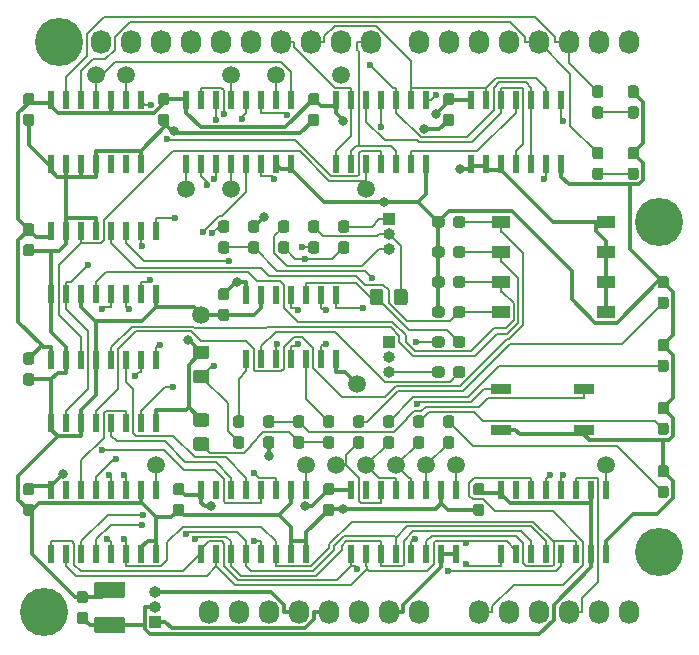
<source format=gtl>
%TF.GenerationSoftware,KiCad,Pcbnew,(5.1.6)-1*%
%TF.CreationDate,2020-08-28T18:14:54+09:00*%
%TF.ProjectId,td4-shield,7464342d-7368-4696-956c-642e6b696361,rev?*%
%TF.SameCoordinates,Original*%
%TF.FileFunction,Copper,L1,Top*%
%TF.FilePolarity,Positive*%
%FSLAX46Y46*%
G04 Gerber Fmt 4.6, Leading zero omitted, Abs format (unit mm)*
G04 Created by KiCad (PCBNEW (5.1.6)-1) date 2020-08-28 18:14:54*
%MOMM*%
%LPD*%
G01*
G04 APERTURE LIST*
%TA.AperFunction,ComponentPad*%
%ADD10O,1.000000X1.000000*%
%TD*%
%TA.AperFunction,ComponentPad*%
%ADD11R,1.000000X1.000000*%
%TD*%
%TA.AperFunction,SMDPad,CuDef*%
%ADD12R,1.700000X0.900000*%
%TD*%
%TA.AperFunction,SMDPad,CuDef*%
%ADD13R,1.500000X1.100000*%
%TD*%
%TA.AperFunction,ComponentPad*%
%ADD14O,1.727200X2.032000*%
%TD*%
%TA.AperFunction,ComponentPad*%
%ADD15C,4.064000*%
%TD*%
%TA.AperFunction,ComponentPad*%
%ADD16C,1.500000*%
%TD*%
%TA.AperFunction,SMDPad,CuDef*%
%ADD17R,0.600000X1.500000*%
%TD*%
%TA.AperFunction,ViaPad*%
%ADD18C,0.800000*%
%TD*%
%TA.AperFunction,ViaPad*%
%ADD19C,0.600000*%
%TD*%
%TA.AperFunction,Conductor*%
%ADD20C,0.300000*%
%TD*%
%TA.AperFunction,Conductor*%
%ADD21C,0.200000*%
%TD*%
G04 APERTURE END LIST*
%TO.P,R11,2*%
%TO.N,Net-(R11-Pad2)*%
%TA.AperFunction,SMDPad,CuDef*%
G36*
G01*
X144255500Y-108235000D02*
X143780500Y-108235000D01*
G75*
G02*
X143543000Y-107997500I0J237500D01*
G01*
X143543000Y-107422500D01*
G75*
G02*
X143780500Y-107185000I237500J0D01*
G01*
X144255500Y-107185000D01*
G75*
G02*
X144493000Y-107422500I0J-237500D01*
G01*
X144493000Y-107997500D01*
G75*
G02*
X144255500Y-108235000I-237500J0D01*
G01*
G37*
%TD.AperFunction*%
%TO.P,R11,1*%
%TO.N,VCC*%
%TA.AperFunction,SMDPad,CuDef*%
G36*
G01*
X144255500Y-109985000D02*
X143780500Y-109985000D01*
G75*
G02*
X143543000Y-109747500I0J237500D01*
G01*
X143543000Y-109172500D01*
G75*
G02*
X143780500Y-108935000I237500J0D01*
G01*
X144255500Y-108935000D01*
G75*
G02*
X144493000Y-109172500I0J-237500D01*
G01*
X144493000Y-109747500D01*
G75*
G02*
X144255500Y-109985000I-237500J0D01*
G01*
G37*
%TD.AperFunction*%
%TD*%
%TO.P,R10,2*%
%TO.N,Net-(R10-Pad2)*%
%TA.AperFunction,SMDPad,CuDef*%
G36*
G01*
X142510500Y-92425000D02*
X142985500Y-92425000D01*
G75*
G02*
X143223000Y-92662500I0J-237500D01*
G01*
X143223000Y-93237500D01*
G75*
G02*
X142985500Y-93475000I-237500J0D01*
G01*
X142510500Y-93475000D01*
G75*
G02*
X142273000Y-93237500I0J237500D01*
G01*
X142273000Y-92662500D01*
G75*
G02*
X142510500Y-92425000I237500J0D01*
G01*
G37*
%TD.AperFunction*%
%TO.P,R10,1*%
%TO.N,VCC*%
%TA.AperFunction,SMDPad,CuDef*%
G36*
G01*
X142510500Y-90675000D02*
X142985500Y-90675000D01*
G75*
G02*
X143223000Y-90912500I0J-237500D01*
G01*
X143223000Y-91487500D01*
G75*
G02*
X142985500Y-91725000I-237500J0D01*
G01*
X142510500Y-91725000D01*
G75*
G02*
X142273000Y-91487500I0J237500D01*
G01*
X142273000Y-90912500D01*
G75*
G02*
X142510500Y-90675000I237500J0D01*
G01*
G37*
%TD.AperFunction*%
%TD*%
%TO.P,R1,2*%
%TO.N,GND*%
%TA.AperFunction,SMDPad,CuDef*%
G36*
G01*
X128482500Y-123094000D02*
X128007500Y-123094000D01*
G75*
G02*
X127770000Y-122856500I0J237500D01*
G01*
X127770000Y-122281500D01*
G75*
G02*
X128007500Y-122044000I237500J0D01*
G01*
X128482500Y-122044000D01*
G75*
G02*
X128720000Y-122281500I0J-237500D01*
G01*
X128720000Y-122856500D01*
G75*
G02*
X128482500Y-123094000I-237500J0D01*
G01*
G37*
%TD.AperFunction*%
%TO.P,R1,1*%
%TO.N,VCC*%
%TA.AperFunction,SMDPad,CuDef*%
G36*
G01*
X128482500Y-124844000D02*
X128007500Y-124844000D01*
G75*
G02*
X127770000Y-124606500I0J237500D01*
G01*
X127770000Y-124031500D01*
G75*
G02*
X128007500Y-123794000I237500J0D01*
G01*
X128482500Y-123794000D01*
G75*
G02*
X128720000Y-124031500I0J-237500D01*
G01*
X128720000Y-124606500D01*
G75*
G02*
X128482500Y-124844000I-237500J0D01*
G01*
G37*
%TD.AperFunction*%
%TD*%
D10*
%TO.P,SW21,3*%
%TO.N,Net-(R27-Pad2)*%
X154178000Y-103505000D03*
%TO.P,SW21,2*%
%TO.N,/3(\u002A\u002A)*%
X154178000Y-102235000D03*
D11*
%TO.P,SW21,1*%
%TO.N,Net-(R28-Pad2)*%
X154178000Y-100965000D03*
%TD*%
D10*
%TO.P,SW20,3*%
%TO.N,Net-(R26-Pad2)*%
X154178000Y-93091000D03*
%TO.P,SW20,2*%
%TO.N,Net-(C4-Pad2)*%
X154178000Y-91821000D03*
D11*
%TO.P,SW20,1*%
%TO.N,Net-(R25-Pad1)*%
X154178000Y-90551000D03*
%TD*%
D12*
%TO.P,SW19,2*%
%TO.N,Net-(R11-Pad2)*%
X170688000Y-104980000D03*
%TO.P,SW19,1*%
%TO.N,GND*%
X170688000Y-108380000D03*
%TD*%
%TO.P,SW18,2*%
%TO.N,Net-(R10-Pad2)*%
X163703000Y-104980000D03*
%TO.P,SW18,1*%
%TO.N,GND*%
X163703000Y-108380000D03*
%TD*%
D13*
%TO.P,SW1,1*%
%TO.N,/IN1*%
X163698000Y-90805000D03*
%TO.P,SW1,5*%
%TO.N,VCC*%
X172598000Y-98425000D03*
%TO.P,SW1,2*%
%TO.N,/IN2*%
X163698000Y-93345000D03*
%TO.P,SW1,6*%
%TO.N,VCC*%
X172598000Y-95885000D03*
%TO.P,SW1,3*%
%TO.N,/IN3*%
X163698000Y-95885000D03*
%TO.P,SW1,7*%
%TO.N,VCC*%
X172598000Y-93345000D03*
%TO.P,SW1,4*%
%TO.N,/IN4*%
X163698000Y-98425000D03*
%TO.P,SW1,8*%
%TO.N,VCC*%
X172598000Y-90805000D03*
%TD*%
%TO.P,R28,2*%
%TO.N,Net-(R28-Pad2)*%
%TA.AperFunction,SMDPad,CuDef*%
G36*
G01*
X158908000Y-100727500D02*
X158908000Y-101202500D01*
G75*
G02*
X158670500Y-101440000I-237500J0D01*
G01*
X158095500Y-101440000D01*
G75*
G02*
X157858000Y-101202500I0J237500D01*
G01*
X157858000Y-100727500D01*
G75*
G02*
X158095500Y-100490000I237500J0D01*
G01*
X158670500Y-100490000D01*
G75*
G02*
X158908000Y-100727500I0J-237500D01*
G01*
G37*
%TD.AperFunction*%
%TO.P,R28,1*%
%TO.N,Net-(C4-Pad1)*%
%TA.AperFunction,SMDPad,CuDef*%
G36*
G01*
X160658000Y-100727500D02*
X160658000Y-101202500D01*
G75*
G02*
X160420500Y-101440000I-237500J0D01*
G01*
X159845500Y-101440000D01*
G75*
G02*
X159608000Y-101202500I0J237500D01*
G01*
X159608000Y-100727500D01*
G75*
G02*
X159845500Y-100490000I237500J0D01*
G01*
X160420500Y-100490000D01*
G75*
G02*
X160658000Y-100727500I0J-237500D01*
G01*
G37*
%TD.AperFunction*%
%TD*%
%TO.P,R27,2*%
%TO.N,Net-(R27-Pad2)*%
%TA.AperFunction,SMDPad,CuDef*%
G36*
G01*
X158908000Y-103267500D02*
X158908000Y-103742500D01*
G75*
G02*
X158670500Y-103980000I-237500J0D01*
G01*
X158095500Y-103980000D01*
G75*
G02*
X157858000Y-103742500I0J237500D01*
G01*
X157858000Y-103267500D01*
G75*
G02*
X158095500Y-103030000I237500J0D01*
G01*
X158670500Y-103030000D01*
G75*
G02*
X158908000Y-103267500I0J-237500D01*
G01*
G37*
%TD.AperFunction*%
%TO.P,R27,1*%
%TO.N,Net-(R27-Pad1)*%
%TA.AperFunction,SMDPad,CuDef*%
G36*
G01*
X160658000Y-103267500D02*
X160658000Y-103742500D01*
G75*
G02*
X160420500Y-103980000I-237500J0D01*
G01*
X159845500Y-103980000D01*
G75*
G02*
X159608000Y-103742500I0J237500D01*
G01*
X159608000Y-103267500D01*
G75*
G02*
X159845500Y-103030000I237500J0D01*
G01*
X160420500Y-103030000D01*
G75*
G02*
X160658000Y-103267500I0J-237500D01*
G01*
G37*
%TD.AperFunction*%
%TD*%
%TO.P,R26,2*%
%TO.N,Net-(R26-Pad2)*%
%TA.AperFunction,SMDPad,CuDef*%
G36*
G01*
X145525500Y-91725000D02*
X145050500Y-91725000D01*
G75*
G02*
X144813000Y-91487500I0J237500D01*
G01*
X144813000Y-90912500D01*
G75*
G02*
X145050500Y-90675000I237500J0D01*
G01*
X145525500Y-90675000D01*
G75*
G02*
X145763000Y-90912500I0J-237500D01*
G01*
X145763000Y-91487500D01*
G75*
G02*
X145525500Y-91725000I-237500J0D01*
G01*
G37*
%TD.AperFunction*%
%TO.P,R26,1*%
%TO.N,Net-(R25-Pad2)*%
%TA.AperFunction,SMDPad,CuDef*%
G36*
G01*
X145525500Y-93475000D02*
X145050500Y-93475000D01*
G75*
G02*
X144813000Y-93237500I0J237500D01*
G01*
X144813000Y-92662500D01*
G75*
G02*
X145050500Y-92425000I237500J0D01*
G01*
X145525500Y-92425000D01*
G75*
G02*
X145763000Y-92662500I0J-237500D01*
G01*
X145763000Y-93237500D01*
G75*
G02*
X145525500Y-93475000I-237500J0D01*
G01*
G37*
%TD.AperFunction*%
%TD*%
%TO.P,R25,2*%
%TO.N,Net-(R25-Pad2)*%
%TA.AperFunction,SMDPad,CuDef*%
G36*
G01*
X150130500Y-92425000D02*
X150605500Y-92425000D01*
G75*
G02*
X150843000Y-92662500I0J-237500D01*
G01*
X150843000Y-93237500D01*
G75*
G02*
X150605500Y-93475000I-237500J0D01*
G01*
X150130500Y-93475000D01*
G75*
G02*
X149893000Y-93237500I0J237500D01*
G01*
X149893000Y-92662500D01*
G75*
G02*
X150130500Y-92425000I237500J0D01*
G01*
G37*
%TD.AperFunction*%
%TO.P,R25,1*%
%TO.N,Net-(R25-Pad1)*%
%TA.AperFunction,SMDPad,CuDef*%
G36*
G01*
X150130500Y-90675000D02*
X150605500Y-90675000D01*
G75*
G02*
X150843000Y-90912500I0J-237500D01*
G01*
X150843000Y-91487500D01*
G75*
G02*
X150605500Y-91725000I-237500J0D01*
G01*
X150130500Y-91725000D01*
G75*
G02*
X149893000Y-91487500I0J237500D01*
G01*
X149893000Y-90912500D01*
G75*
G02*
X150130500Y-90675000I237500J0D01*
G01*
G37*
%TD.AperFunction*%
%TD*%
%TO.P,R24,2*%
%TO.N,Net-(R24-Pad2)*%
%TA.AperFunction,SMDPad,CuDef*%
G36*
G01*
X149335500Y-108235000D02*
X148860500Y-108235000D01*
G75*
G02*
X148623000Y-107997500I0J237500D01*
G01*
X148623000Y-107422500D01*
G75*
G02*
X148860500Y-107185000I237500J0D01*
G01*
X149335500Y-107185000D01*
G75*
G02*
X149573000Y-107422500I0J-237500D01*
G01*
X149573000Y-107997500D01*
G75*
G02*
X149335500Y-108235000I-237500J0D01*
G01*
G37*
%TD.AperFunction*%
%TO.P,R24,1*%
%TO.N,Net-(C3-Pad1)*%
%TA.AperFunction,SMDPad,CuDef*%
G36*
G01*
X149335500Y-109985000D02*
X148860500Y-109985000D01*
G75*
G02*
X148623000Y-109747500I0J237500D01*
G01*
X148623000Y-109172500D01*
G75*
G02*
X148860500Y-108935000I237500J0D01*
G01*
X149335500Y-108935000D01*
G75*
G02*
X149573000Y-109172500I0J-237500D01*
G01*
X149573000Y-109747500D01*
G75*
G02*
X149335500Y-109985000I-237500J0D01*
G01*
G37*
%TD.AperFunction*%
%TD*%
%TO.P,R23,2*%
%TO.N,Net-(R23-Pad2)*%
%TA.AperFunction,SMDPad,CuDef*%
G36*
G01*
X147590500Y-92425000D02*
X148065500Y-92425000D01*
G75*
G02*
X148303000Y-92662500I0J-237500D01*
G01*
X148303000Y-93237500D01*
G75*
G02*
X148065500Y-93475000I-237500J0D01*
G01*
X147590500Y-93475000D01*
G75*
G02*
X147353000Y-93237500I0J237500D01*
G01*
X147353000Y-92662500D01*
G75*
G02*
X147590500Y-92425000I237500J0D01*
G01*
G37*
%TD.AperFunction*%
%TO.P,R23,1*%
%TO.N,Net-(C4-Pad2)*%
%TA.AperFunction,SMDPad,CuDef*%
G36*
G01*
X147590500Y-90675000D02*
X148065500Y-90675000D01*
G75*
G02*
X148303000Y-90912500I0J-237500D01*
G01*
X148303000Y-91487500D01*
G75*
G02*
X148065500Y-91725000I-237500J0D01*
G01*
X147590500Y-91725000D01*
G75*
G02*
X147353000Y-91487500I0J237500D01*
G01*
X147353000Y-90912500D01*
G75*
G02*
X147590500Y-90675000I237500J0D01*
G01*
G37*
%TD.AperFunction*%
%TD*%
%TO.P,R22,2*%
%TO.N,Net-(R22-Pad2)*%
%TA.AperFunction,SMDPad,CuDef*%
G36*
G01*
X141715500Y-108235000D02*
X141240500Y-108235000D01*
G75*
G02*
X141003000Y-107997500I0J237500D01*
G01*
X141003000Y-107422500D01*
G75*
G02*
X141240500Y-107185000I237500J0D01*
G01*
X141715500Y-107185000D01*
G75*
G02*
X141953000Y-107422500I0J-237500D01*
G01*
X141953000Y-107997500D01*
G75*
G02*
X141715500Y-108235000I-237500J0D01*
G01*
G37*
%TD.AperFunction*%
%TO.P,R22,1*%
%TO.N,Net-(C2-Pad1)*%
%TA.AperFunction,SMDPad,CuDef*%
G36*
G01*
X141715500Y-109985000D02*
X141240500Y-109985000D01*
G75*
G02*
X141003000Y-109747500I0J237500D01*
G01*
X141003000Y-109172500D01*
G75*
G02*
X141240500Y-108935000I237500J0D01*
G01*
X141715500Y-108935000D01*
G75*
G02*
X141953000Y-109172500I0J-237500D01*
G01*
X141953000Y-109747500D01*
G75*
G02*
X141715500Y-109985000I-237500J0D01*
G01*
G37*
%TD.AperFunction*%
%TD*%
%TO.P,R21,2*%
%TO.N,Net-(C3-Pad1)*%
%TA.AperFunction,SMDPad,CuDef*%
G36*
G01*
X146320500Y-108935000D02*
X146795500Y-108935000D01*
G75*
G02*
X147033000Y-109172500I0J-237500D01*
G01*
X147033000Y-109747500D01*
G75*
G02*
X146795500Y-109985000I-237500J0D01*
G01*
X146320500Y-109985000D01*
G75*
G02*
X146083000Y-109747500I0J237500D01*
G01*
X146083000Y-109172500D01*
G75*
G02*
X146320500Y-108935000I237500J0D01*
G01*
G37*
%TD.AperFunction*%
%TO.P,R21,1*%
%TO.N,Net-(R11-Pad2)*%
%TA.AperFunction,SMDPad,CuDef*%
G36*
G01*
X146320500Y-107185000D02*
X146795500Y-107185000D01*
G75*
G02*
X147033000Y-107422500I0J-237500D01*
G01*
X147033000Y-107997500D01*
G75*
G02*
X146795500Y-108235000I-237500J0D01*
G01*
X146320500Y-108235000D01*
G75*
G02*
X146083000Y-107997500I0J237500D01*
G01*
X146083000Y-107422500D01*
G75*
G02*
X146320500Y-107185000I237500J0D01*
G01*
G37*
%TD.AperFunction*%
%TD*%
%TO.P,R20,2*%
%TO.N,Net-(C2-Pad1)*%
%TA.AperFunction,SMDPad,CuDef*%
G36*
G01*
X140445500Y-91725000D02*
X139970500Y-91725000D01*
G75*
G02*
X139733000Y-91487500I0J237500D01*
G01*
X139733000Y-90912500D01*
G75*
G02*
X139970500Y-90675000I237500J0D01*
G01*
X140445500Y-90675000D01*
G75*
G02*
X140683000Y-90912500I0J-237500D01*
G01*
X140683000Y-91487500D01*
G75*
G02*
X140445500Y-91725000I-237500J0D01*
G01*
G37*
%TD.AperFunction*%
%TO.P,R20,1*%
%TO.N,Net-(R10-Pad2)*%
%TA.AperFunction,SMDPad,CuDef*%
G36*
G01*
X140445500Y-93475000D02*
X139970500Y-93475000D01*
G75*
G02*
X139733000Y-93237500I0J237500D01*
G01*
X139733000Y-92662500D01*
G75*
G02*
X139970500Y-92425000I237500J0D01*
G01*
X140445500Y-92425000D01*
G75*
G02*
X140683000Y-92662500I0J-237500D01*
G01*
X140683000Y-93237500D01*
G75*
G02*
X140445500Y-93475000I-237500J0D01*
G01*
G37*
%TD.AperFunction*%
%TD*%
%TO.P,R5,2*%
%TO.N,Net-(D4-Pad2)*%
%TA.AperFunction,SMDPad,CuDef*%
G36*
G01*
X159495500Y-108235000D02*
X159020500Y-108235000D01*
G75*
G02*
X158783000Y-107997500I0J237500D01*
G01*
X158783000Y-107422500D01*
G75*
G02*
X159020500Y-107185000I237500J0D01*
G01*
X159495500Y-107185000D01*
G75*
G02*
X159733000Y-107422500I0J-237500D01*
G01*
X159733000Y-107997500D01*
G75*
G02*
X159495500Y-108235000I-237500J0D01*
G01*
G37*
%TD.AperFunction*%
%TO.P,R5,1*%
%TO.N,/OUT4*%
%TA.AperFunction,SMDPad,CuDef*%
G36*
G01*
X159495500Y-109985000D02*
X159020500Y-109985000D01*
G75*
G02*
X158783000Y-109747500I0J237500D01*
G01*
X158783000Y-109172500D01*
G75*
G02*
X159020500Y-108935000I237500J0D01*
G01*
X159495500Y-108935000D01*
G75*
G02*
X159733000Y-109172500I0J-237500D01*
G01*
X159733000Y-109747500D01*
G75*
G02*
X159495500Y-109985000I-237500J0D01*
G01*
G37*
%TD.AperFunction*%
%TD*%
%TO.P,R4,2*%
%TO.N,Net-(D3-Pad2)*%
%TA.AperFunction,SMDPad,CuDef*%
G36*
G01*
X156955500Y-108235000D02*
X156480500Y-108235000D01*
G75*
G02*
X156243000Y-107997500I0J237500D01*
G01*
X156243000Y-107422500D01*
G75*
G02*
X156480500Y-107185000I237500J0D01*
G01*
X156955500Y-107185000D01*
G75*
G02*
X157193000Y-107422500I0J-237500D01*
G01*
X157193000Y-107997500D01*
G75*
G02*
X156955500Y-108235000I-237500J0D01*
G01*
G37*
%TD.AperFunction*%
%TO.P,R4,1*%
%TO.N,/OUT3*%
%TA.AperFunction,SMDPad,CuDef*%
G36*
G01*
X156955500Y-109985000D02*
X156480500Y-109985000D01*
G75*
G02*
X156243000Y-109747500I0J237500D01*
G01*
X156243000Y-109172500D01*
G75*
G02*
X156480500Y-108935000I237500J0D01*
G01*
X156955500Y-108935000D01*
G75*
G02*
X157193000Y-109172500I0J-237500D01*
G01*
X157193000Y-109747500D01*
G75*
G02*
X156955500Y-109985000I-237500J0D01*
G01*
G37*
%TD.AperFunction*%
%TD*%
%TO.P,R3,2*%
%TO.N,Net-(D2-Pad2)*%
%TA.AperFunction,SMDPad,CuDef*%
G36*
G01*
X154415500Y-108235000D02*
X153940500Y-108235000D01*
G75*
G02*
X153703000Y-107997500I0J237500D01*
G01*
X153703000Y-107422500D01*
G75*
G02*
X153940500Y-107185000I237500J0D01*
G01*
X154415500Y-107185000D01*
G75*
G02*
X154653000Y-107422500I0J-237500D01*
G01*
X154653000Y-107997500D01*
G75*
G02*
X154415500Y-108235000I-237500J0D01*
G01*
G37*
%TD.AperFunction*%
%TO.P,R3,1*%
%TO.N,/OUT2*%
%TA.AperFunction,SMDPad,CuDef*%
G36*
G01*
X154415500Y-109985000D02*
X153940500Y-109985000D01*
G75*
G02*
X153703000Y-109747500I0J237500D01*
G01*
X153703000Y-109172500D01*
G75*
G02*
X153940500Y-108935000I237500J0D01*
G01*
X154415500Y-108935000D01*
G75*
G02*
X154653000Y-109172500I0J-237500D01*
G01*
X154653000Y-109747500D01*
G75*
G02*
X154415500Y-109985000I-237500J0D01*
G01*
G37*
%TD.AperFunction*%
%TD*%
%TO.P,R2,2*%
%TO.N,Net-(D1-Pad2)*%
%TA.AperFunction,SMDPad,CuDef*%
G36*
G01*
X151875500Y-108235000D02*
X151400500Y-108235000D01*
G75*
G02*
X151163000Y-107997500I0J237500D01*
G01*
X151163000Y-107422500D01*
G75*
G02*
X151400500Y-107185000I237500J0D01*
G01*
X151875500Y-107185000D01*
G75*
G02*
X152113000Y-107422500I0J-237500D01*
G01*
X152113000Y-107997500D01*
G75*
G02*
X151875500Y-108235000I-237500J0D01*
G01*
G37*
%TD.AperFunction*%
%TO.P,R2,1*%
%TO.N,/OUT1*%
%TA.AperFunction,SMDPad,CuDef*%
G36*
G01*
X151875500Y-109985000D02*
X151400500Y-109985000D01*
G75*
G02*
X151163000Y-109747500I0J237500D01*
G01*
X151163000Y-109172500D01*
G75*
G02*
X151400500Y-108935000I237500J0D01*
G01*
X151875500Y-108935000D01*
G75*
G02*
X152113000Y-109172500I0J-237500D01*
G01*
X152113000Y-109747500D01*
G75*
G02*
X151875500Y-109985000I-237500J0D01*
G01*
G37*
%TD.AperFunction*%
%TD*%
%TO.P,R9,2*%
%TO.N,GND*%
%TA.AperFunction,SMDPad,CuDef*%
G36*
G01*
X158908000Y-98187500D02*
X158908000Y-98662500D01*
G75*
G02*
X158670500Y-98900000I-237500J0D01*
G01*
X158095500Y-98900000D01*
G75*
G02*
X157858000Y-98662500I0J237500D01*
G01*
X157858000Y-98187500D01*
G75*
G02*
X158095500Y-97950000I237500J0D01*
G01*
X158670500Y-97950000D01*
G75*
G02*
X158908000Y-98187500I0J-237500D01*
G01*
G37*
%TD.AperFunction*%
%TO.P,R9,1*%
%TO.N,/IN4*%
%TA.AperFunction,SMDPad,CuDef*%
G36*
G01*
X160658000Y-98187500D02*
X160658000Y-98662500D01*
G75*
G02*
X160420500Y-98900000I-237500J0D01*
G01*
X159845500Y-98900000D01*
G75*
G02*
X159608000Y-98662500I0J237500D01*
G01*
X159608000Y-98187500D01*
G75*
G02*
X159845500Y-97950000I237500J0D01*
G01*
X160420500Y-97950000D01*
G75*
G02*
X160658000Y-98187500I0J-237500D01*
G01*
G37*
%TD.AperFunction*%
%TD*%
%TO.P,R8,2*%
%TO.N,GND*%
%TA.AperFunction,SMDPad,CuDef*%
G36*
G01*
X158908000Y-95647500D02*
X158908000Y-96122500D01*
G75*
G02*
X158670500Y-96360000I-237500J0D01*
G01*
X158095500Y-96360000D01*
G75*
G02*
X157858000Y-96122500I0J237500D01*
G01*
X157858000Y-95647500D01*
G75*
G02*
X158095500Y-95410000I237500J0D01*
G01*
X158670500Y-95410000D01*
G75*
G02*
X158908000Y-95647500I0J-237500D01*
G01*
G37*
%TD.AperFunction*%
%TO.P,R8,1*%
%TO.N,/IN3*%
%TA.AperFunction,SMDPad,CuDef*%
G36*
G01*
X160658000Y-95647500D02*
X160658000Y-96122500D01*
G75*
G02*
X160420500Y-96360000I-237500J0D01*
G01*
X159845500Y-96360000D01*
G75*
G02*
X159608000Y-96122500I0J237500D01*
G01*
X159608000Y-95647500D01*
G75*
G02*
X159845500Y-95410000I237500J0D01*
G01*
X160420500Y-95410000D01*
G75*
G02*
X160658000Y-95647500I0J-237500D01*
G01*
G37*
%TD.AperFunction*%
%TD*%
%TO.P,R7,2*%
%TO.N,GND*%
%TA.AperFunction,SMDPad,CuDef*%
G36*
G01*
X158908000Y-93107500D02*
X158908000Y-93582500D01*
G75*
G02*
X158670500Y-93820000I-237500J0D01*
G01*
X158095500Y-93820000D01*
G75*
G02*
X157858000Y-93582500I0J237500D01*
G01*
X157858000Y-93107500D01*
G75*
G02*
X158095500Y-92870000I237500J0D01*
G01*
X158670500Y-92870000D01*
G75*
G02*
X158908000Y-93107500I0J-237500D01*
G01*
G37*
%TD.AperFunction*%
%TO.P,R7,1*%
%TO.N,/IN2*%
%TA.AperFunction,SMDPad,CuDef*%
G36*
G01*
X160658000Y-93107500D02*
X160658000Y-93582500D01*
G75*
G02*
X160420500Y-93820000I-237500J0D01*
G01*
X159845500Y-93820000D01*
G75*
G02*
X159608000Y-93582500I0J237500D01*
G01*
X159608000Y-93107500D01*
G75*
G02*
X159845500Y-92870000I237500J0D01*
G01*
X160420500Y-92870000D01*
G75*
G02*
X160658000Y-93107500I0J-237500D01*
G01*
G37*
%TD.AperFunction*%
%TD*%
%TO.P,R6,2*%
%TO.N,GND*%
%TA.AperFunction,SMDPad,CuDef*%
G36*
G01*
X158908000Y-90567500D02*
X158908000Y-91042500D01*
G75*
G02*
X158670500Y-91280000I-237500J0D01*
G01*
X158095500Y-91280000D01*
G75*
G02*
X157858000Y-91042500I0J237500D01*
G01*
X157858000Y-90567500D01*
G75*
G02*
X158095500Y-90330000I237500J0D01*
G01*
X158670500Y-90330000D01*
G75*
G02*
X158908000Y-90567500I0J-237500D01*
G01*
G37*
%TD.AperFunction*%
%TO.P,R6,1*%
%TO.N,/IN1*%
%TA.AperFunction,SMDPad,CuDef*%
G36*
G01*
X160658000Y-90567500D02*
X160658000Y-91042500D01*
G75*
G02*
X160420500Y-91280000I-237500J0D01*
G01*
X159845500Y-91280000D01*
G75*
G02*
X159608000Y-91042500I0J237500D01*
G01*
X159608000Y-90567500D01*
G75*
G02*
X159845500Y-90330000I237500J0D01*
G01*
X160420500Y-90330000D01*
G75*
G02*
X160658000Y-90567500I0J-237500D01*
G01*
G37*
%TD.AperFunction*%
%TD*%
D10*
%TO.P,JP1,3*%
%TO.N,+3V3*%
X134430000Y-122110000D03*
%TO.P,JP1,2*%
%TO.N,VCC*%
X134430000Y-123380000D03*
D11*
%TO.P,JP1,1*%
%TO.N,+5V*%
X134430000Y-124650000D03*
%TD*%
%TO.P,D4,2*%
%TO.N,Net-(D4-Pad2)*%
%TA.AperFunction,SMDPad,CuDef*%
G36*
G01*
X177181500Y-113126000D02*
X177656500Y-113126000D01*
G75*
G02*
X177894000Y-113363500I0J-237500D01*
G01*
X177894000Y-113938500D01*
G75*
G02*
X177656500Y-114176000I-237500J0D01*
G01*
X177181500Y-114176000D01*
G75*
G02*
X176944000Y-113938500I0J237500D01*
G01*
X176944000Y-113363500D01*
G75*
G02*
X177181500Y-113126000I237500J0D01*
G01*
G37*
%TD.AperFunction*%
%TO.P,D4,1*%
%TO.N,GND*%
%TA.AperFunction,SMDPad,CuDef*%
G36*
G01*
X177181500Y-111376000D02*
X177656500Y-111376000D01*
G75*
G02*
X177894000Y-111613500I0J-237500D01*
G01*
X177894000Y-112188500D01*
G75*
G02*
X177656500Y-112426000I-237500J0D01*
G01*
X177181500Y-112426000D01*
G75*
G02*
X176944000Y-112188500I0J237500D01*
G01*
X176944000Y-111613500D01*
G75*
G02*
X177181500Y-111376000I237500J0D01*
G01*
G37*
%TD.AperFunction*%
%TD*%
%TO.P,D3,2*%
%TO.N,Net-(D3-Pad2)*%
%TA.AperFunction,SMDPad,CuDef*%
G36*
G01*
X177181500Y-107792000D02*
X177656500Y-107792000D01*
G75*
G02*
X177894000Y-108029500I0J-237500D01*
G01*
X177894000Y-108604500D01*
G75*
G02*
X177656500Y-108842000I-237500J0D01*
G01*
X177181500Y-108842000D01*
G75*
G02*
X176944000Y-108604500I0J237500D01*
G01*
X176944000Y-108029500D01*
G75*
G02*
X177181500Y-107792000I237500J0D01*
G01*
G37*
%TD.AperFunction*%
%TO.P,D3,1*%
%TO.N,GND*%
%TA.AperFunction,SMDPad,CuDef*%
G36*
G01*
X177181500Y-106042000D02*
X177656500Y-106042000D01*
G75*
G02*
X177894000Y-106279500I0J-237500D01*
G01*
X177894000Y-106854500D01*
G75*
G02*
X177656500Y-107092000I-237500J0D01*
G01*
X177181500Y-107092000D01*
G75*
G02*
X176944000Y-106854500I0J237500D01*
G01*
X176944000Y-106279500D01*
G75*
G02*
X177181500Y-106042000I237500J0D01*
G01*
G37*
%TD.AperFunction*%
%TD*%
%TO.P,D2,2*%
%TO.N,Net-(D2-Pad2)*%
%TA.AperFunction,SMDPad,CuDef*%
G36*
G01*
X177181500Y-102458000D02*
X177656500Y-102458000D01*
G75*
G02*
X177894000Y-102695500I0J-237500D01*
G01*
X177894000Y-103270500D01*
G75*
G02*
X177656500Y-103508000I-237500J0D01*
G01*
X177181500Y-103508000D01*
G75*
G02*
X176944000Y-103270500I0J237500D01*
G01*
X176944000Y-102695500D01*
G75*
G02*
X177181500Y-102458000I237500J0D01*
G01*
G37*
%TD.AperFunction*%
%TO.P,D2,1*%
%TO.N,GND*%
%TA.AperFunction,SMDPad,CuDef*%
G36*
G01*
X177181500Y-100708000D02*
X177656500Y-100708000D01*
G75*
G02*
X177894000Y-100945500I0J-237500D01*
G01*
X177894000Y-101520500D01*
G75*
G02*
X177656500Y-101758000I-237500J0D01*
G01*
X177181500Y-101758000D01*
G75*
G02*
X176944000Y-101520500I0J237500D01*
G01*
X176944000Y-100945500D01*
G75*
G02*
X177181500Y-100708000I237500J0D01*
G01*
G37*
%TD.AperFunction*%
%TD*%
%TO.P,D1,2*%
%TO.N,Net-(D1-Pad2)*%
%TA.AperFunction,SMDPad,CuDef*%
G36*
G01*
X177181500Y-97124000D02*
X177656500Y-97124000D01*
G75*
G02*
X177894000Y-97361500I0J-237500D01*
G01*
X177894000Y-97936500D01*
G75*
G02*
X177656500Y-98174000I-237500J0D01*
G01*
X177181500Y-98174000D01*
G75*
G02*
X176944000Y-97936500I0J237500D01*
G01*
X176944000Y-97361500D01*
G75*
G02*
X177181500Y-97124000I237500J0D01*
G01*
G37*
%TD.AperFunction*%
%TO.P,D1,1*%
%TO.N,GND*%
%TA.AperFunction,SMDPad,CuDef*%
G36*
G01*
X177181500Y-95374000D02*
X177656500Y-95374000D01*
G75*
G02*
X177894000Y-95611500I0J-237500D01*
G01*
X177894000Y-96186500D01*
G75*
G02*
X177656500Y-96424000I-237500J0D01*
G01*
X177181500Y-96424000D01*
G75*
G02*
X176944000Y-96186500I0J237500D01*
G01*
X176944000Y-95611500D01*
G75*
G02*
X177181500Y-95374000I237500J0D01*
G01*
G37*
%TD.AperFunction*%
%TD*%
%TO.P,CP13,2*%
%TO.N,GND*%
%TA.AperFunction,SMDPad,CuDef*%
G36*
G01*
X139970500Y-98140000D02*
X140445500Y-98140000D01*
G75*
G02*
X140683000Y-98377500I0J-237500D01*
G01*
X140683000Y-98952500D01*
G75*
G02*
X140445500Y-99190000I-237500J0D01*
G01*
X139970500Y-99190000D01*
G75*
G02*
X139733000Y-98952500I0J237500D01*
G01*
X139733000Y-98377500D01*
G75*
G02*
X139970500Y-98140000I237500J0D01*
G01*
G37*
%TD.AperFunction*%
%TO.P,CP13,1*%
%TO.N,VCC*%
%TA.AperFunction,SMDPad,CuDef*%
G36*
G01*
X139970500Y-96390000D02*
X140445500Y-96390000D01*
G75*
G02*
X140683000Y-96627500I0J-237500D01*
G01*
X140683000Y-97202500D01*
G75*
G02*
X140445500Y-97440000I-237500J0D01*
G01*
X139970500Y-97440000D01*
G75*
G02*
X139733000Y-97202500I0J237500D01*
G01*
X139733000Y-96627500D01*
G75*
G02*
X139970500Y-96390000I237500J0D01*
G01*
G37*
%TD.AperFunction*%
%TD*%
%TO.P,CP10,2*%
%TO.N,GND*%
%TA.AperFunction,SMDPad,CuDef*%
G36*
G01*
X159020500Y-81630000D02*
X159495500Y-81630000D01*
G75*
G02*
X159733000Y-81867500I0J-237500D01*
G01*
X159733000Y-82442500D01*
G75*
G02*
X159495500Y-82680000I-237500J0D01*
G01*
X159020500Y-82680000D01*
G75*
G02*
X158783000Y-82442500I0J237500D01*
G01*
X158783000Y-81867500D01*
G75*
G02*
X159020500Y-81630000I237500J0D01*
G01*
G37*
%TD.AperFunction*%
%TO.P,CP10,1*%
%TO.N,VCC*%
%TA.AperFunction,SMDPad,CuDef*%
G36*
G01*
X159020500Y-79880000D02*
X159495500Y-79880000D01*
G75*
G02*
X159733000Y-80117500I0J-237500D01*
G01*
X159733000Y-80692500D01*
G75*
G02*
X159495500Y-80930000I-237500J0D01*
G01*
X159020500Y-80930000D01*
G75*
G02*
X158783000Y-80692500I0J237500D01*
G01*
X158783000Y-80117500D01*
G75*
G02*
X159020500Y-79880000I237500J0D01*
G01*
G37*
%TD.AperFunction*%
%TD*%
%TO.P,CP9,1*%
%TO.N,VCC*%
%TA.AperFunction,SMDPad,CuDef*%
G36*
G01*
X134890500Y-79880000D02*
X135365500Y-79880000D01*
G75*
G02*
X135603000Y-80117500I0J-237500D01*
G01*
X135603000Y-80692500D01*
G75*
G02*
X135365500Y-80930000I-237500J0D01*
G01*
X134890500Y-80930000D01*
G75*
G02*
X134653000Y-80692500I0J237500D01*
G01*
X134653000Y-80117500D01*
G75*
G02*
X134890500Y-79880000I237500J0D01*
G01*
G37*
%TD.AperFunction*%
%TO.P,CP9,2*%
%TO.N,GND*%
%TA.AperFunction,SMDPad,CuDef*%
G36*
G01*
X134890500Y-81630000D02*
X135365500Y-81630000D01*
G75*
G02*
X135603000Y-81867500I0J-237500D01*
G01*
X135603000Y-82442500D01*
G75*
G02*
X135365500Y-82680000I-237500J0D01*
G01*
X134890500Y-82680000D01*
G75*
G02*
X134653000Y-82442500I0J237500D01*
G01*
X134653000Y-81867500D01*
G75*
G02*
X134890500Y-81630000I237500J0D01*
G01*
G37*
%TD.AperFunction*%
%TD*%
%TO.P,CP8,2*%
%TO.N,GND*%
%TA.AperFunction,SMDPad,CuDef*%
G36*
G01*
X147590500Y-81630000D02*
X148065500Y-81630000D01*
G75*
G02*
X148303000Y-81867500I0J-237500D01*
G01*
X148303000Y-82442500D01*
G75*
G02*
X148065500Y-82680000I-237500J0D01*
G01*
X147590500Y-82680000D01*
G75*
G02*
X147353000Y-82442500I0J237500D01*
G01*
X147353000Y-81867500D01*
G75*
G02*
X147590500Y-81630000I237500J0D01*
G01*
G37*
%TD.AperFunction*%
%TO.P,CP8,1*%
%TO.N,VCC*%
%TA.AperFunction,SMDPad,CuDef*%
G36*
G01*
X147590500Y-79880000D02*
X148065500Y-79880000D01*
G75*
G02*
X148303000Y-80117500I0J-237500D01*
G01*
X148303000Y-80692500D01*
G75*
G02*
X148065500Y-80930000I-237500J0D01*
G01*
X147590500Y-80930000D01*
G75*
G02*
X147353000Y-80692500I0J237500D01*
G01*
X147353000Y-80117500D01*
G75*
G02*
X147590500Y-79880000I237500J0D01*
G01*
G37*
%TD.AperFunction*%
%TD*%
%TO.P,CP7,2*%
%TO.N,GND*%
%TA.AperFunction,SMDPad,CuDef*%
G36*
G01*
X123460500Y-92665000D02*
X123935500Y-92665000D01*
G75*
G02*
X124173000Y-92902500I0J-237500D01*
G01*
X124173000Y-93477500D01*
G75*
G02*
X123935500Y-93715000I-237500J0D01*
G01*
X123460500Y-93715000D01*
G75*
G02*
X123223000Y-93477500I0J237500D01*
G01*
X123223000Y-92902500D01*
G75*
G02*
X123460500Y-92665000I237500J0D01*
G01*
G37*
%TD.AperFunction*%
%TO.P,CP7,1*%
%TO.N,VCC*%
%TA.AperFunction,SMDPad,CuDef*%
G36*
G01*
X123460500Y-90915000D02*
X123935500Y-90915000D01*
G75*
G02*
X124173000Y-91152500I0J-237500D01*
G01*
X124173000Y-91727500D01*
G75*
G02*
X123935500Y-91965000I-237500J0D01*
G01*
X123460500Y-91965000D01*
G75*
G02*
X123223000Y-91727500I0J237500D01*
G01*
X123223000Y-91152500D01*
G75*
G02*
X123460500Y-90915000I237500J0D01*
G01*
G37*
%TD.AperFunction*%
%TD*%
%TO.P,CP6,2*%
%TO.N,GND*%
%TA.AperFunction,SMDPad,CuDef*%
G36*
G01*
X123460500Y-103601000D02*
X123935500Y-103601000D01*
G75*
G02*
X124173000Y-103838500I0J-237500D01*
G01*
X124173000Y-104413500D01*
G75*
G02*
X123935500Y-104651000I-237500J0D01*
G01*
X123460500Y-104651000D01*
G75*
G02*
X123223000Y-104413500I0J237500D01*
G01*
X123223000Y-103838500D01*
G75*
G02*
X123460500Y-103601000I237500J0D01*
G01*
G37*
%TD.AperFunction*%
%TO.P,CP6,1*%
%TO.N,VCC*%
%TA.AperFunction,SMDPad,CuDef*%
G36*
G01*
X123460500Y-101851000D02*
X123935500Y-101851000D01*
G75*
G02*
X124173000Y-102088500I0J-237500D01*
G01*
X124173000Y-102663500D01*
G75*
G02*
X123935500Y-102901000I-237500J0D01*
G01*
X123460500Y-102901000D01*
G75*
G02*
X123223000Y-102663500I0J237500D01*
G01*
X123223000Y-102088500D01*
G75*
G02*
X123460500Y-101851000I237500J0D01*
G01*
G37*
%TD.AperFunction*%
%TD*%
%TO.P,CP5,2*%
%TO.N,GND*%
%TA.AperFunction,SMDPad,CuDef*%
G36*
G01*
X161560500Y-114650000D02*
X162035500Y-114650000D01*
G75*
G02*
X162273000Y-114887500I0J-237500D01*
G01*
X162273000Y-115462500D01*
G75*
G02*
X162035500Y-115700000I-237500J0D01*
G01*
X161560500Y-115700000D01*
G75*
G02*
X161323000Y-115462500I0J237500D01*
G01*
X161323000Y-114887500D01*
G75*
G02*
X161560500Y-114650000I237500J0D01*
G01*
G37*
%TD.AperFunction*%
%TO.P,CP5,1*%
%TO.N,VCC*%
%TA.AperFunction,SMDPad,CuDef*%
G36*
G01*
X161560500Y-112900000D02*
X162035500Y-112900000D01*
G75*
G02*
X162273000Y-113137500I0J-237500D01*
G01*
X162273000Y-113712500D01*
G75*
G02*
X162035500Y-113950000I-237500J0D01*
G01*
X161560500Y-113950000D01*
G75*
G02*
X161323000Y-113712500I0J237500D01*
G01*
X161323000Y-113137500D01*
G75*
G02*
X161560500Y-112900000I237500J0D01*
G01*
G37*
%TD.AperFunction*%
%TD*%
%TO.P,CP4,2*%
%TO.N,GND*%
%TA.AperFunction,SMDPad,CuDef*%
G36*
G01*
X148860500Y-114650000D02*
X149335500Y-114650000D01*
G75*
G02*
X149573000Y-114887500I0J-237500D01*
G01*
X149573000Y-115462500D01*
G75*
G02*
X149335500Y-115700000I-237500J0D01*
G01*
X148860500Y-115700000D01*
G75*
G02*
X148623000Y-115462500I0J237500D01*
G01*
X148623000Y-114887500D01*
G75*
G02*
X148860500Y-114650000I237500J0D01*
G01*
G37*
%TD.AperFunction*%
%TO.P,CP4,1*%
%TO.N,VCC*%
%TA.AperFunction,SMDPad,CuDef*%
G36*
G01*
X148860500Y-112900000D02*
X149335500Y-112900000D01*
G75*
G02*
X149573000Y-113137500I0J-237500D01*
G01*
X149573000Y-113712500D01*
G75*
G02*
X149335500Y-113950000I-237500J0D01*
G01*
X148860500Y-113950000D01*
G75*
G02*
X148623000Y-113712500I0J237500D01*
G01*
X148623000Y-113137500D01*
G75*
G02*
X148860500Y-112900000I237500J0D01*
G01*
G37*
%TD.AperFunction*%
%TD*%
%TO.P,CP3,2*%
%TO.N,GND*%
%TA.AperFunction,SMDPad,CuDef*%
G36*
G01*
X136160500Y-114650000D02*
X136635500Y-114650000D01*
G75*
G02*
X136873000Y-114887500I0J-237500D01*
G01*
X136873000Y-115462500D01*
G75*
G02*
X136635500Y-115700000I-237500J0D01*
G01*
X136160500Y-115700000D01*
G75*
G02*
X135923000Y-115462500I0J237500D01*
G01*
X135923000Y-114887500D01*
G75*
G02*
X136160500Y-114650000I237500J0D01*
G01*
G37*
%TD.AperFunction*%
%TO.P,CP3,1*%
%TO.N,VCC*%
%TA.AperFunction,SMDPad,CuDef*%
G36*
G01*
X136160500Y-112900000D02*
X136635500Y-112900000D01*
G75*
G02*
X136873000Y-113137500I0J-237500D01*
G01*
X136873000Y-113712500D01*
G75*
G02*
X136635500Y-113950000I-237500J0D01*
G01*
X136160500Y-113950000D01*
G75*
G02*
X135923000Y-113712500I0J237500D01*
G01*
X135923000Y-113137500D01*
G75*
G02*
X136160500Y-112900000I237500J0D01*
G01*
G37*
%TD.AperFunction*%
%TD*%
%TO.P,CP2,2*%
%TO.N,GND*%
%TA.AperFunction,SMDPad,CuDef*%
G36*
G01*
X123460500Y-114650000D02*
X123935500Y-114650000D01*
G75*
G02*
X124173000Y-114887500I0J-237500D01*
G01*
X124173000Y-115462500D01*
G75*
G02*
X123935500Y-115700000I-237500J0D01*
G01*
X123460500Y-115700000D01*
G75*
G02*
X123223000Y-115462500I0J237500D01*
G01*
X123223000Y-114887500D01*
G75*
G02*
X123460500Y-114650000I237500J0D01*
G01*
G37*
%TD.AperFunction*%
%TO.P,CP2,1*%
%TO.N,VCC*%
%TA.AperFunction,SMDPad,CuDef*%
G36*
G01*
X123460500Y-112900000D02*
X123935500Y-112900000D01*
G75*
G02*
X124173000Y-113137500I0J-237500D01*
G01*
X124173000Y-113712500D01*
G75*
G02*
X123935500Y-113950000I-237500J0D01*
G01*
X123460500Y-113950000D01*
G75*
G02*
X123223000Y-113712500I0J237500D01*
G01*
X123223000Y-113137500D01*
G75*
G02*
X123460500Y-112900000I237500J0D01*
G01*
G37*
%TD.AperFunction*%
%TD*%
%TO.P,CP1,2*%
%TO.N,GND*%
%TA.AperFunction,SMDPad,CuDef*%
G36*
G01*
X123460500Y-81630000D02*
X123935500Y-81630000D01*
G75*
G02*
X124173000Y-81867500I0J-237500D01*
G01*
X124173000Y-82442500D01*
G75*
G02*
X123935500Y-82680000I-237500J0D01*
G01*
X123460500Y-82680000D01*
G75*
G02*
X123223000Y-82442500I0J237500D01*
G01*
X123223000Y-81867500D01*
G75*
G02*
X123460500Y-81630000I237500J0D01*
G01*
G37*
%TD.AperFunction*%
%TO.P,CP1,1*%
%TO.N,VCC*%
%TA.AperFunction,SMDPad,CuDef*%
G36*
G01*
X123460500Y-79880000D02*
X123935500Y-79880000D01*
G75*
G02*
X124173000Y-80117500I0J-237500D01*
G01*
X124173000Y-80692500D01*
G75*
G02*
X123935500Y-80930000I-237500J0D01*
G01*
X123460500Y-80930000D01*
G75*
G02*
X123223000Y-80692500I0J237500D01*
G01*
X123223000Y-80117500D01*
G75*
G02*
X123460500Y-79880000I237500J0D01*
G01*
G37*
%TD.AperFunction*%
%TD*%
%TO.P,C4,2*%
%TO.N,Net-(C4-Pad2)*%
%TA.AperFunction,SMDPad,CuDef*%
G36*
G01*
X154628000Y-97605001D02*
X154628000Y-96704999D01*
G75*
G02*
X154877999Y-96455000I249999J0D01*
G01*
X155528001Y-96455000D01*
G75*
G02*
X155778000Y-96704999I0J-249999D01*
G01*
X155778000Y-97605001D01*
G75*
G02*
X155528001Y-97855000I-249999J0D01*
G01*
X154877999Y-97855000D01*
G75*
G02*
X154628000Y-97605001I0J249999D01*
G01*
G37*
%TD.AperFunction*%
%TO.P,C4,1*%
%TO.N,Net-(C4-Pad1)*%
%TA.AperFunction,SMDPad,CuDef*%
G36*
G01*
X152578000Y-97605001D02*
X152578000Y-96704999D01*
G75*
G02*
X152827999Y-96455000I249999J0D01*
G01*
X153478001Y-96455000D01*
G75*
G02*
X153728000Y-96704999I0J-249999D01*
G01*
X153728000Y-97605001D01*
G75*
G02*
X153478001Y-97855000I-249999J0D01*
G01*
X152827999Y-97855000D01*
G75*
G02*
X152578000Y-97605001I0J249999D01*
G01*
G37*
%TD.AperFunction*%
%TD*%
%TO.P,C3,2*%
%TO.N,GND*%
%TA.AperFunction,SMDPad,CuDef*%
G36*
G01*
X138753001Y-108135000D02*
X137852999Y-108135000D01*
G75*
G02*
X137603000Y-107885001I0J249999D01*
G01*
X137603000Y-107234999D01*
G75*
G02*
X137852999Y-106985000I249999J0D01*
G01*
X138753001Y-106985000D01*
G75*
G02*
X139003000Y-107234999I0J-249999D01*
G01*
X139003000Y-107885001D01*
G75*
G02*
X138753001Y-108135000I-249999J0D01*
G01*
G37*
%TD.AperFunction*%
%TO.P,C3,1*%
%TO.N,Net-(C3-Pad1)*%
%TA.AperFunction,SMDPad,CuDef*%
G36*
G01*
X138753001Y-110185000D02*
X137852999Y-110185000D01*
G75*
G02*
X137603000Y-109935001I0J249999D01*
G01*
X137603000Y-109284999D01*
G75*
G02*
X137852999Y-109035000I249999J0D01*
G01*
X138753001Y-109035000D01*
G75*
G02*
X139003000Y-109284999I0J-249999D01*
G01*
X139003000Y-109935001D01*
G75*
G02*
X138753001Y-110185000I-249999J0D01*
G01*
G37*
%TD.AperFunction*%
%TD*%
%TO.P,C2,2*%
%TO.N,GND*%
%TA.AperFunction,SMDPad,CuDef*%
G36*
G01*
X138753001Y-102420000D02*
X137852999Y-102420000D01*
G75*
G02*
X137603000Y-102170001I0J249999D01*
G01*
X137603000Y-101519999D01*
G75*
G02*
X137852999Y-101270000I249999J0D01*
G01*
X138753001Y-101270000D01*
G75*
G02*
X139003000Y-101519999I0J-249999D01*
G01*
X139003000Y-102170001D01*
G75*
G02*
X138753001Y-102420000I-249999J0D01*
G01*
G37*
%TD.AperFunction*%
%TO.P,C2,1*%
%TO.N,Net-(C2-Pad1)*%
%TA.AperFunction,SMDPad,CuDef*%
G36*
G01*
X138753001Y-104470000D02*
X137852999Y-104470000D01*
G75*
G02*
X137603000Y-104220001I0J249999D01*
G01*
X137603000Y-103569999D01*
G75*
G02*
X137852999Y-103320000I249999J0D01*
G01*
X138753001Y-103320000D01*
G75*
G02*
X139003000Y-103569999I0J-249999D01*
G01*
X139003000Y-104220001D01*
G75*
G02*
X138753001Y-104470000I-249999J0D01*
G01*
G37*
%TD.AperFunction*%
%TD*%
%TO.P,C1,2*%
%TO.N,GND*%
%TA.AperFunction,SMDPad,CuDef*%
G36*
G01*
X131631000Y-122669000D02*
X129481000Y-122669000D01*
G75*
G02*
X129231000Y-122419000I0J250000D01*
G01*
X129231000Y-121494000D01*
G75*
G02*
X129481000Y-121244000I250000J0D01*
G01*
X131631000Y-121244000D01*
G75*
G02*
X131881000Y-121494000I0J-250000D01*
G01*
X131881000Y-122419000D01*
G75*
G02*
X131631000Y-122669000I-250000J0D01*
G01*
G37*
%TD.AperFunction*%
%TO.P,C1,1*%
%TO.N,VCC*%
%TA.AperFunction,SMDPad,CuDef*%
G36*
G01*
X131631000Y-125644000D02*
X129481000Y-125644000D01*
G75*
G02*
X129231000Y-125394000I0J250000D01*
G01*
X129231000Y-124469000D01*
G75*
G02*
X129481000Y-124219000I250000J0D01*
G01*
X131631000Y-124219000D01*
G75*
G02*
X131881000Y-124469000I0J-250000D01*
G01*
X131881000Y-125394000D01*
G75*
G02*
X131631000Y-125644000I-250000J0D01*
G01*
G37*
%TD.AperFunction*%
%TD*%
D14*
%TO.P,P1,1*%
%TO.N,N/C*%
X138938000Y-123825000D03*
%TO.P,P1,2*%
X141478000Y-123825000D03*
%TO.P,P1,3*%
X144018000Y-123825000D03*
%TO.P,P1,4*%
%TO.N,+3V3*%
X146558000Y-123825000D03*
%TO.P,P1,5*%
%TO.N,+5V*%
X149098000Y-123825000D03*
%TO.P,P1,6*%
%TO.N,GND*%
X151638000Y-123825000D03*
%TO.P,P1,7*%
X154178000Y-123825000D03*
%TO.P,P1,8*%
%TO.N,N/C*%
X156718000Y-123825000D03*
%TD*%
%TO.P,P2,1*%
%TO.N,ROM_A0*%
X161798000Y-123825000D03*
%TO.P,P2,2*%
%TO.N,ROM_A1*%
X164338000Y-123825000D03*
%TO.P,P2,3*%
%TO.N,ROM_A2*%
X166878000Y-123825000D03*
%TO.P,P2,4*%
%TO.N,ROM_A3*%
X169418000Y-123825000D03*
%TO.P,P2,5*%
%TO.N,N/C*%
X171958000Y-123825000D03*
%TO.P,P2,6*%
X174498000Y-123825000D03*
%TD*%
%TO.P,P3,1*%
%TO.N,N/C*%
X129794000Y-75565000D03*
%TO.P,P3,2*%
X132334000Y-75565000D03*
%TO.P,P3,3*%
X134874000Y-75565000D03*
%TO.P,P3,4*%
%TO.N,GND*%
X137414000Y-75565000D03*
%TO.P,P3,5*%
%TO.N,N/C*%
X139954000Y-75565000D03*
%TO.P,P3,6*%
X142494000Y-75565000D03*
%TO.P,P3,7*%
%TO.N,ROM_D7*%
X145034000Y-75565000D03*
%TO.P,P3,8*%
%TO.N,ROM_D6*%
X147574000Y-75565000D03*
%TO.P,P3,9*%
%TO.N,ROM_D5*%
X150114000Y-75565000D03*
%TO.P,P3,10*%
%TO.N,ROM_D4*%
X152654000Y-75565000D03*
%TD*%
%TO.P,P4,1*%
%TO.N,ROM_D3*%
X156718000Y-75565000D03*
%TO.P,P4,2*%
%TO.N,ROM_D2*%
X159258000Y-75565000D03*
%TO.P,P4,3*%
%TO.N,ROM_D1*%
X161798000Y-75565000D03*
%TO.P,P4,4*%
%TO.N,ROM_D0*%
X164338000Y-75565000D03*
%TO.P,P4,5*%
%TO.N,/3(\u002A\u002A)*%
X166878000Y-75565000D03*
%TO.P,P4,6*%
%TO.N,/2*%
X169418000Y-75565000D03*
%TO.P,P4,7*%
%TO.N,N/C*%
X171958000Y-75565000D03*
%TO.P,P4,8*%
X174498000Y-75565000D03*
%TD*%
D15*
%TO.P,P5,1*%
%TO.N,N/C*%
X124968000Y-123825000D03*
%TD*%
%TO.P,P6,1*%
%TO.N,N/C*%
X177038000Y-118745000D03*
%TD*%
%TO.P,P7,1*%
%TO.N,N/C*%
X126238000Y-75565000D03*
%TD*%
%TO.P,P8,1*%
%TO.N,N/C*%
X177038000Y-90805000D03*
%TD*%
%TO.P,D5,2*%
%TO.N,Net-(D5-Pad2)*%
%TA.AperFunction,SMDPad,CuDef*%
G36*
G01*
X174641500Y-80995000D02*
X175116500Y-80995000D01*
G75*
G02*
X175354000Y-81232500I0J-237500D01*
G01*
X175354000Y-81807500D01*
G75*
G02*
X175116500Y-82045000I-237500J0D01*
G01*
X174641500Y-82045000D01*
G75*
G02*
X174404000Y-81807500I0J237500D01*
G01*
X174404000Y-81232500D01*
G75*
G02*
X174641500Y-80995000I237500J0D01*
G01*
G37*
%TD.AperFunction*%
%TO.P,D5,1*%
%TO.N,GND*%
%TA.AperFunction,SMDPad,CuDef*%
G36*
G01*
X174641500Y-79245000D02*
X175116500Y-79245000D01*
G75*
G02*
X175354000Y-79482500I0J-237500D01*
G01*
X175354000Y-80057500D01*
G75*
G02*
X175116500Y-80295000I-237500J0D01*
G01*
X174641500Y-80295000D01*
G75*
G02*
X174404000Y-80057500I0J237500D01*
G01*
X174404000Y-79482500D01*
G75*
G02*
X174641500Y-79245000I237500J0D01*
G01*
G37*
%TD.AperFunction*%
%TD*%
%TO.P,D6,1*%
%TO.N,GND*%
%TA.AperFunction,SMDPad,CuDef*%
G36*
G01*
X174641500Y-84452000D02*
X175116500Y-84452000D01*
G75*
G02*
X175354000Y-84689500I0J-237500D01*
G01*
X175354000Y-85264500D01*
G75*
G02*
X175116500Y-85502000I-237500J0D01*
G01*
X174641500Y-85502000D01*
G75*
G02*
X174404000Y-85264500I0J237500D01*
G01*
X174404000Y-84689500D01*
G75*
G02*
X174641500Y-84452000I237500J0D01*
G01*
G37*
%TD.AperFunction*%
%TO.P,D6,2*%
%TO.N,Net-(D6-Pad2)*%
%TA.AperFunction,SMDPad,CuDef*%
G36*
G01*
X174641500Y-86202000D02*
X175116500Y-86202000D01*
G75*
G02*
X175354000Y-86439500I0J-237500D01*
G01*
X175354000Y-87014500D01*
G75*
G02*
X175116500Y-87252000I-237500J0D01*
G01*
X174641500Y-87252000D01*
G75*
G02*
X174404000Y-87014500I0J237500D01*
G01*
X174404000Y-86439500D01*
G75*
G02*
X174641500Y-86202000I237500J0D01*
G01*
G37*
%TD.AperFunction*%
%TD*%
%TO.P,R38,1*%
%TO.N,/2*%
%TA.AperFunction,SMDPad,CuDef*%
G36*
G01*
X171644500Y-79245000D02*
X172119500Y-79245000D01*
G75*
G02*
X172357000Y-79482500I0J-237500D01*
G01*
X172357000Y-80057500D01*
G75*
G02*
X172119500Y-80295000I-237500J0D01*
G01*
X171644500Y-80295000D01*
G75*
G02*
X171407000Y-80057500I0J237500D01*
G01*
X171407000Y-79482500D01*
G75*
G02*
X171644500Y-79245000I237500J0D01*
G01*
G37*
%TD.AperFunction*%
%TO.P,R38,2*%
%TO.N,Net-(D5-Pad2)*%
%TA.AperFunction,SMDPad,CuDef*%
G36*
G01*
X171644500Y-80995000D02*
X172119500Y-80995000D01*
G75*
G02*
X172357000Y-81232500I0J-237500D01*
G01*
X172357000Y-81807500D01*
G75*
G02*
X172119500Y-82045000I-237500J0D01*
G01*
X171644500Y-82045000D01*
G75*
G02*
X171407000Y-81807500I0J237500D01*
G01*
X171407000Y-81232500D01*
G75*
G02*
X171644500Y-80995000I237500J0D01*
G01*
G37*
%TD.AperFunction*%
%TD*%
%TO.P,R39,2*%
%TO.N,Net-(D6-Pad2)*%
%TA.AperFunction,SMDPad,CuDef*%
G36*
G01*
X171644500Y-86202000D02*
X172119500Y-86202000D01*
G75*
G02*
X172357000Y-86439500I0J-237500D01*
G01*
X172357000Y-87014500D01*
G75*
G02*
X172119500Y-87252000I-237500J0D01*
G01*
X171644500Y-87252000D01*
G75*
G02*
X171407000Y-87014500I0J237500D01*
G01*
X171407000Y-86439500D01*
G75*
G02*
X171644500Y-86202000I237500J0D01*
G01*
G37*
%TD.AperFunction*%
%TO.P,R39,1*%
%TO.N,/3(\u002A\u002A)*%
%TA.AperFunction,SMDPad,CuDef*%
G36*
G01*
X171644500Y-84452000D02*
X172119500Y-84452000D01*
G75*
G02*
X172357000Y-84689500I0J-237500D01*
G01*
X172357000Y-85264500D01*
G75*
G02*
X172119500Y-85502000I-237500J0D01*
G01*
X171644500Y-85502000D01*
G75*
G02*
X171407000Y-85264500I0J237500D01*
G01*
X171407000Y-84689500D01*
G75*
G02*
X171644500Y-84452000I237500J0D01*
G01*
G37*
%TD.AperFunction*%
%TD*%
D16*
%TO.P,TP1,1*%
%TO.N,/ALU_S1*%
X140843000Y-88011000D03*
%TD*%
%TO.P,TP2,1*%
%TO.N,/ALU_S2*%
X137033000Y-88011000D03*
%TD*%
%TO.P,TP3,1*%
%TO.N,/ALU_S3*%
X140843000Y-78359000D03*
%TD*%
%TO.P,TP4,1*%
%TO.N,/ALU_S4*%
X144653000Y-78359000D03*
%TD*%
%TO.P,TP5,1*%
%TO.N,/ALU_C*%
X129362000Y-78333600D03*
%TD*%
%TO.P,TP6,1*%
%TO.N,/FLG_C*%
X131902000Y-78333600D03*
%TD*%
%TO.P,TP7,1*%
%TO.N,/~LOAD0*%
X134493000Y-111379000D03*
%TD*%
%TO.P,TP8,1*%
%TO.N,/~LOAD1*%
X147193000Y-111379000D03*
%TD*%
%TO.P,TP9,1*%
%TO.N,/~LOAD2*%
X159893000Y-111379000D03*
%TD*%
%TO.P,TP10,1*%
%TO.N,/~LOAD3*%
X172593000Y-111379000D03*
%TD*%
%TO.P,TP11,1*%
%TO.N,/SEL_A*%
X152273000Y-88011000D03*
%TD*%
%TO.P,TP12,1*%
%TO.N,ROM_D5*%
X150114000Y-78359000D03*
%TD*%
%TO.P,TP13,1*%
%TO.N,/OUT1*%
X149733000Y-111379000D03*
%TD*%
%TO.P,TP14,1*%
%TO.N,/OUT2*%
X152273000Y-111379000D03*
%TD*%
%TO.P,TP15,1*%
%TO.N,/OUT3*%
X154813000Y-111379000D03*
%TD*%
%TO.P,TP16,1*%
%TO.N,/OUT4*%
X157353000Y-111379000D03*
%TD*%
%TO.P,TP17,1*%
%TO.N,GND*%
X151511000Y-104521000D03*
%TD*%
%TO.P,TP18,1*%
%TO.N,GND*%
X138303000Y-98679000D03*
%TD*%
D17*
%TO.P,U1,1*%
%TO.N,GND*%
X125578000Y-85885000D03*
%TO.P,U1,2*%
X126848000Y-85885000D03*
%TO.P,U1,3*%
X128118000Y-85885000D03*
%TO.P,U1,4*%
X129388000Y-85885000D03*
%TO.P,U1,5*%
%TO.N,N/C*%
X130658000Y-85885000D03*
%TO.P,U1,6*%
X131928000Y-85885000D03*
%TO.P,U1,7*%
%TO.N,GND*%
X133198000Y-85885000D03*
%TO.P,U1,8*%
%TO.N,/~FLG_C*%
X133198000Y-80485000D03*
%TO.P,U1,9*%
%TO.N,/FLG_C*%
X131928000Y-80485000D03*
%TO.P,U1,10*%
%TO.N,VCC*%
X130658000Y-80485000D03*
%TO.P,U1,11*%
%TO.N,/ALU_C*%
X129388000Y-80485000D03*
%TO.P,U1,12*%
%TO.N,/3(\u002A\u002A)*%
X128118000Y-80485000D03*
%TO.P,U1,13*%
%TO.N,/2*%
X126848000Y-80485000D03*
%TO.P,U1,14*%
%TO.N,VCC*%
X125578000Y-80485000D03*
%TD*%
%TO.P,U2,16*%
%TO.N,VCC*%
X125603000Y-113505000D03*
%TO.P,U2,15*%
%TO.N,N/C*%
X126873000Y-113505000D03*
%TO.P,U2,14*%
%TO.N,/RA1*%
X128143000Y-113505000D03*
%TO.P,U2,13*%
%TO.N,/RA2*%
X129413000Y-113505000D03*
%TO.P,U2,12*%
%TO.N,/RA3*%
X130683000Y-113505000D03*
%TO.P,U2,11*%
%TO.N,/RA4*%
X131953000Y-113505000D03*
%TO.P,U2,10*%
%TO.N,GND*%
X133223000Y-113505000D03*
%TO.P,U2,9*%
%TO.N,/~LOAD0*%
X134493000Y-113505000D03*
%TO.P,U2,8*%
%TO.N,GND*%
X134493000Y-118905000D03*
%TO.P,U2,7*%
X133223000Y-118905000D03*
%TO.P,U2,6*%
%TO.N,/ALU_S4*%
X131953000Y-118905000D03*
%TO.P,U2,5*%
%TO.N,/ALU_S3*%
X130683000Y-118905000D03*
%TO.P,U2,4*%
%TO.N,/ALU_S2*%
X129413000Y-118905000D03*
%TO.P,U2,3*%
%TO.N,/ALU_S1*%
X128143000Y-118905000D03*
%TO.P,U2,2*%
%TO.N,/3(\u002A\u002A)*%
X126873000Y-118905000D03*
%TO.P,U2,1*%
%TO.N,/2*%
X125603000Y-118905000D03*
%TD*%
%TO.P,U3,1*%
%TO.N,/2*%
X138303000Y-118905000D03*
%TO.P,U3,2*%
%TO.N,/3(\u002A\u002A)*%
X139573000Y-118905000D03*
%TO.P,U3,3*%
%TO.N,/ALU_S1*%
X140843000Y-118905000D03*
%TO.P,U3,4*%
%TO.N,/ALU_S2*%
X142113000Y-118905000D03*
%TO.P,U3,5*%
%TO.N,/ALU_S3*%
X143383000Y-118905000D03*
%TO.P,U3,6*%
%TO.N,/ALU_S4*%
X144653000Y-118905000D03*
%TO.P,U3,7*%
%TO.N,GND*%
X145923000Y-118905000D03*
%TO.P,U3,8*%
X147193000Y-118905000D03*
%TO.P,U3,9*%
%TO.N,/~LOAD1*%
X147193000Y-113505000D03*
%TO.P,U3,10*%
%TO.N,GND*%
X145923000Y-113505000D03*
%TO.P,U3,11*%
%TO.N,/RB4*%
X144653000Y-113505000D03*
%TO.P,U3,12*%
%TO.N,/RB3*%
X143383000Y-113505000D03*
%TO.P,U3,13*%
%TO.N,/RB2*%
X142113000Y-113505000D03*
%TO.P,U3,14*%
%TO.N,/RB1*%
X140843000Y-113505000D03*
%TO.P,U3,15*%
%TO.N,N/C*%
X139573000Y-113505000D03*
%TO.P,U3,16*%
%TO.N,VCC*%
X138303000Y-113505000D03*
%TD*%
%TO.P,U4,16*%
%TO.N,VCC*%
X151003000Y-113505000D03*
%TO.P,U4,15*%
%TO.N,N/C*%
X152273000Y-113505000D03*
%TO.P,U4,14*%
%TO.N,/OUT1*%
X153543000Y-113505000D03*
%TO.P,U4,13*%
%TO.N,/OUT2*%
X154813000Y-113505000D03*
%TO.P,U4,12*%
%TO.N,/OUT3*%
X156083000Y-113505000D03*
%TO.P,U4,11*%
%TO.N,/OUT4*%
X157353000Y-113505000D03*
%TO.P,U4,10*%
%TO.N,GND*%
X158623000Y-113505000D03*
%TO.P,U4,9*%
%TO.N,/~LOAD2*%
X159893000Y-113505000D03*
%TO.P,U4,8*%
%TO.N,GND*%
X159893000Y-118905000D03*
%TO.P,U4,7*%
X158623000Y-118905000D03*
%TO.P,U4,6*%
%TO.N,/ALU_S4*%
X157353000Y-118905000D03*
%TO.P,U4,5*%
%TO.N,/ALU_S3*%
X156083000Y-118905000D03*
%TO.P,U4,4*%
%TO.N,/ALU_S2*%
X154813000Y-118905000D03*
%TO.P,U4,3*%
%TO.N,/ALU_S1*%
X153543000Y-118905000D03*
%TO.P,U4,2*%
%TO.N,/3(\u002A\u002A)*%
X152273000Y-118905000D03*
%TO.P,U4,1*%
%TO.N,/2*%
X151003000Y-118905000D03*
%TD*%
%TO.P,U5,16*%
%TO.N,VCC*%
X163703000Y-113505000D03*
%TO.P,U5,15*%
%TO.N,N/C*%
X164973000Y-113505000D03*
%TO.P,U5,14*%
%TO.N,ROM_A0*%
X166243000Y-113505000D03*
%TO.P,U5,13*%
%TO.N,ROM_A1*%
X167513000Y-113505000D03*
%TO.P,U5,12*%
%TO.N,ROM_A2*%
X168783000Y-113505000D03*
%TO.P,U5,11*%
%TO.N,ROM_A3*%
X170053000Y-113505000D03*
%TO.P,U5,10*%
%TO.N,VCC*%
X171323000Y-113505000D03*
%TO.P,U5,9*%
%TO.N,/~LOAD3*%
X172593000Y-113505000D03*
%TO.P,U5,8*%
%TO.N,GND*%
X172593000Y-118905000D03*
%TO.P,U5,7*%
%TO.N,VCC*%
X171323000Y-118905000D03*
%TO.P,U5,6*%
%TO.N,/ALU_S4*%
X170053000Y-118905000D03*
%TO.P,U5,5*%
%TO.N,/ALU_S3*%
X168783000Y-118905000D03*
%TO.P,U5,4*%
%TO.N,/ALU_S2*%
X167513000Y-118905000D03*
%TO.P,U5,3*%
%TO.N,/ALU_S1*%
X166243000Y-118905000D03*
%TO.P,U5,2*%
%TO.N,/3(\u002A\u002A)*%
X164973000Y-118905000D03*
%TO.P,U5,1*%
%TO.N,/2*%
X163703000Y-118905000D03*
%TD*%
%TO.P,U6,1*%
%TO.N,GND*%
X125603000Y-107856000D03*
%TO.P,U6,2*%
%TO.N,ROM_D5*%
X126873000Y-107856000D03*
%TO.P,U6,3*%
%TO.N,GND*%
X128143000Y-107856000D03*
%TO.P,U6,4*%
%TO.N,/IN1*%
X129413000Y-107856000D03*
%TO.P,U6,5*%
%TO.N,/RB1*%
X130683000Y-107856000D03*
%TO.P,U6,6*%
%TO.N,/RA1*%
X131953000Y-107856000D03*
%TO.P,U6,7*%
%TO.N,Net-(U6-Pad7)*%
X133223000Y-107856000D03*
%TO.P,U6,8*%
%TO.N,GND*%
X134493000Y-107856000D03*
%TO.P,U6,9*%
%TO.N,Net-(U6-Pad9)*%
X134493000Y-102456000D03*
%TO.P,U6,10*%
%TO.N,/RA2*%
X133223000Y-102456000D03*
%TO.P,U6,11*%
%TO.N,/RB2*%
X131953000Y-102456000D03*
%TO.P,U6,12*%
%TO.N,/IN2*%
X130683000Y-102456000D03*
%TO.P,U6,13*%
%TO.N,GND*%
X129413000Y-102456000D03*
%TO.P,U6,14*%
%TO.N,/SEL_A*%
X128143000Y-102456000D03*
%TO.P,U6,15*%
%TO.N,GND*%
X126873000Y-102456000D03*
%TO.P,U6,16*%
%TO.N,VCC*%
X125603000Y-102456000D03*
%TD*%
%TO.P,U7,16*%
%TO.N,VCC*%
X125603000Y-91534000D03*
%TO.P,U7,15*%
%TO.N,GND*%
X126873000Y-91534000D03*
%TO.P,U7,14*%
%TO.N,/SEL_A*%
X128143000Y-91534000D03*
%TO.P,U7,13*%
%TO.N,GND*%
X129413000Y-91534000D03*
%TO.P,U7,12*%
%TO.N,/IN4*%
X130683000Y-91534000D03*
%TO.P,U7,11*%
%TO.N,/RB4*%
X131953000Y-91534000D03*
%TO.P,U7,10*%
%TO.N,/RA4*%
X133223000Y-91534000D03*
%TO.P,U7,9*%
%TO.N,Net-(U7-Pad9)*%
X134493000Y-91534000D03*
%TO.P,U7,8*%
%TO.N,GND*%
X134493000Y-96934000D03*
%TO.P,U7,7*%
%TO.N,Net-(U7-Pad7)*%
X133223000Y-96934000D03*
%TO.P,U7,6*%
%TO.N,/RA3*%
X131953000Y-96934000D03*
%TO.P,U7,5*%
%TO.N,/RB3*%
X130683000Y-96934000D03*
%TO.P,U7,4*%
%TO.N,/IN3*%
X129413000Y-96934000D03*
%TO.P,U7,3*%
%TO.N,GND*%
X128143000Y-96934000D03*
%TO.P,U7,2*%
%TO.N,ROM_D5*%
X126873000Y-96934000D03*
%TO.P,U7,1*%
%TO.N,GND*%
X125603000Y-96934000D03*
%TD*%
%TO.P,U8,14*%
%TO.N,VCC*%
X149733000Y-80485000D03*
%TO.P,U8,13*%
%TO.N,ROM_D7*%
X151003000Y-80485000D03*
%TO.P,U8,12*%
%TO.N,Net-(U10-Pad12)*%
X152273000Y-80485000D03*
%TO.P,U8,11*%
%TO.N,/~LOAD1*%
X153543000Y-80485000D03*
%TO.P,U8,10*%
%TO.N,ROM_D7*%
X154813000Y-80485000D03*
%TO.P,U8,9*%
%TO.N,ROM_D6*%
X156083000Y-80485000D03*
%TO.P,U8,8*%
%TO.N,/~LOAD0*%
X157353000Y-80485000D03*
%TO.P,U8,7*%
%TO.N,GND*%
X157353000Y-85885000D03*
%TO.P,U8,6*%
%TO.N,Net-(U10-Pad11)*%
X156083000Y-85885000D03*
%TO.P,U8,5*%
%TO.N,ROM_D4*%
X154813000Y-85885000D03*
%TO.P,U8,4*%
%TO.N,/~FLG_C*%
X153543000Y-85885000D03*
%TO.P,U8,3*%
%TO.N,/SEL_A*%
X152273000Y-85885000D03*
%TO.P,U8,2*%
%TO.N,ROM_D4*%
X151003000Y-85885000D03*
%TO.P,U8,1*%
%TO.N,ROM_D7*%
X149733000Y-85885000D03*
%TD*%
%TO.P,U9,1*%
%TO.N,/ALU_S2*%
X137033000Y-85885000D03*
%TO.P,U9,2*%
%TO.N,ROM_D1*%
X138303000Y-85885000D03*
%TO.P,U9,3*%
%TO.N,Net-(U6-Pad9)*%
X139573000Y-85885000D03*
%TO.P,U9,4*%
%TO.N,/ALU_S1*%
X140843000Y-85885000D03*
%TO.P,U9,5*%
%TO.N,Net-(U6-Pad7)*%
X142113000Y-85885000D03*
%TO.P,U9,6*%
%TO.N,ROM_D0*%
X143383000Y-85885000D03*
%TO.P,U9,7*%
%TO.N,GND*%
X144653000Y-85885000D03*
%TO.P,U9,8*%
X145923000Y-85885000D03*
%TO.P,U9,9*%
%TO.N,/ALU_C*%
X145923000Y-80485000D03*
%TO.P,U9,10*%
%TO.N,/ALU_S4*%
X144653000Y-80485000D03*
%TO.P,U9,11*%
%TO.N,ROM_D3*%
X143383000Y-80485000D03*
%TO.P,U9,12*%
%TO.N,Net-(U7-Pad9)*%
X142113000Y-80485000D03*
%TO.P,U9,13*%
%TO.N,/ALU_S3*%
X140843000Y-80485000D03*
%TO.P,U9,14*%
%TO.N,Net-(U7-Pad7)*%
X139573000Y-80485000D03*
%TO.P,U9,15*%
%TO.N,ROM_D2*%
X138303000Y-80485000D03*
%TO.P,U9,16*%
%TO.N,VCC*%
X137033000Y-80485000D03*
%TD*%
%TO.P,U10,1*%
%TO.N,VCC*%
X161163000Y-85885000D03*
%TO.P,U10,2*%
X162433000Y-85885000D03*
%TO.P,U10,3*%
X163703000Y-85885000D03*
%TO.P,U10,4*%
%TO.N,Net-(U10-Pad12)*%
X164973000Y-85885000D03*
%TO.P,U10,5*%
%TO.N,ROM_D7*%
X166243000Y-85885000D03*
%TO.P,U10,6*%
%TO.N,/~LOAD2*%
X167513000Y-85885000D03*
%TO.P,U10,7*%
%TO.N,GND*%
X168783000Y-85885000D03*
%TO.P,U10,8*%
%TO.N,/~LOAD3*%
X168783000Y-80485000D03*
%TO.P,U10,9*%
%TO.N,ROM_D6*%
X167513000Y-80485000D03*
%TO.P,U10,10*%
%TO.N,ROM_D7*%
X166243000Y-80485000D03*
%TO.P,U10,11*%
%TO.N,Net-(U10-Pad11)*%
X164973000Y-80485000D03*
%TO.P,U10,12*%
%TO.N,Net-(U10-Pad12)*%
X163703000Y-80485000D03*
%TO.P,U10,13*%
%TO.N,ROM_D6*%
X162433000Y-80485000D03*
%TO.P,U10,14*%
%TO.N,VCC*%
X161163000Y-80485000D03*
%TD*%
%TO.P,U13,14*%
%TO.N,VCC*%
X142113000Y-96995000D03*
%TO.P,U13,13*%
%TO.N,GND*%
X143383000Y-96995000D03*
%TO.P,U13,12*%
%TO.N,N/C*%
X144653000Y-96995000D03*
%TO.P,U13,11*%
%TO.N,Net-(R25-Pad2)*%
X145923000Y-96995000D03*
%TO.P,U13,10*%
%TO.N,Net-(C4-Pad1)*%
X147193000Y-96995000D03*
%TO.P,U13,9*%
%TO.N,Net-(U13-Pad6)*%
X148463000Y-96995000D03*
%TO.P,U13,8*%
%TO.N,/2*%
X149733000Y-96995000D03*
%TO.P,U13,7*%
%TO.N,GND*%
X149733000Y-102395000D03*
%TO.P,U13,6*%
%TO.N,Net-(U13-Pad6)*%
X148463000Y-102395000D03*
%TO.P,U13,5*%
%TO.N,Net-(R24-Pad2)*%
X147193000Y-102395000D03*
%TO.P,U13,4*%
%TO.N,Net-(R25-Pad2)*%
X145923000Y-102395000D03*
%TO.P,U13,3*%
%TO.N,Net-(R23-Pad2)*%
X144653000Y-102395000D03*
%TO.P,U13,2*%
%TO.N,Net-(R27-Pad1)*%
X143383000Y-102395000D03*
%TO.P,U13,1*%
%TO.N,Net-(R22-Pad2)*%
X142113000Y-102395000D03*
%TD*%
D18*
%TO.N,GND*%
X157200600Y-82938900D03*
X150273500Y-115079700D03*
X136031200Y-83088000D03*
X153774300Y-89111400D03*
X137189400Y-100792300D03*
%TO.N,VCC*%
X141354000Y-95849300D03*
X147094100Y-114866500D03*
X126611500Y-112135800D03*
X144018000Y-110609200D03*
X143602900Y-90344200D03*
X160234300Y-86290600D03*
X158147200Y-81675300D03*
X139170100Y-114887200D03*
X150320600Y-82258900D03*
D19*
%TO.N,Net-(C2-Pad1)*%
X139225100Y-91768300D03*
X139399300Y-102958300D03*
%TO.N,ROM_A2*%
X168971000Y-112253200D03*
%TO.N,ROM_A1*%
X167815100Y-112254500D03*
%TO.N,ROM_D7*%
X152603500Y-77518900D03*
%TO.N,ROM_D5*%
X128726800Y-94470300D03*
%TO.N,ROM_D3*%
X145547200Y-81744500D03*
%TO.N,ROM_D2*%
X140202900Y-81657300D03*
%TO.N,ROM_D1*%
X138792300Y-87700000D03*
%TO.N,ROM_D0*%
X144509200Y-87144000D03*
%TO.N,/3(\u002A\u002A)*%
X160705000Y-118015800D03*
%TO.N,/2*%
X151525700Y-120149200D03*
X160698900Y-119776000D03*
X152004500Y-98045300D03*
%TO.N,Net-(R10-Pad2)*%
X156537400Y-106215500D03*
X152742400Y-95551300D03*
%TO.N,Net-(R23-Pad2)*%
X146835300Y-92950000D03*
X144705600Y-101113400D03*
%TO.N,Net-(R25-Pad2)*%
X146472100Y-101147900D03*
X147126800Y-93909500D03*
X146472100Y-98237500D03*
%TO.N,Net-(R28-Pad2)*%
X156500300Y-100965000D03*
%TO.N,/RA2*%
X131056900Y-110911000D03*
X132731800Y-103853800D03*
%TO.N,/RA3*%
X130456600Y-112248000D03*
X132166300Y-98197600D03*
%TO.N,/RA4*%
X131740700Y-112243900D03*
X133333300Y-92795800D03*
%TO.N,/ALU_S4*%
X131732100Y-117633800D03*
%TO.N,/ALU_S3*%
X142748000Y-117782200D03*
X130292200Y-117649900D03*
X159196300Y-120383500D03*
X156443600Y-117653500D03*
%TO.N,/ALU_S2*%
X133258600Y-116446900D03*
X136992200Y-117222500D03*
%TO.N,/ALU_S1*%
X137796200Y-117644500D03*
X133375900Y-115620800D03*
%TO.N,/RB3*%
X129886200Y-98205900D03*
X129886200Y-110129500D03*
%TO.N,/RB4*%
X140689100Y-94071600D03*
X142813700Y-112075000D03*
%TO.N,Net-(U6-Pad9)*%
X134815700Y-101188500D03*
X139408900Y-87154000D03*
%TO.N,Net-(U6-Pad7)*%
X135958000Y-104766400D03*
X138424700Y-91668300D03*
%TO.N,Net-(U7-Pad9)*%
X136063000Y-90483700D03*
X141726200Y-82112800D03*
%TO.N,Net-(U7-Pad7)*%
X133994800Y-95680100D03*
X139561700Y-82148100D03*
%TO.N,Net-(U13-Pad6)*%
X148866700Y-98252500D03*
X148866700Y-101144600D03*
%TO.N,/~LOAD0*%
X158158700Y-80066900D03*
%TO.N,/~LOAD1*%
X153563000Y-82748100D03*
%TO.N,/~LOAD2*%
X167295100Y-87146800D03*
%TO.N,/~LOAD3*%
X168903700Y-82268600D03*
%TO.N,/~FLG_C*%
X134029900Y-80866100D03*
X135449300Y-83779400D03*
%TD*%
D20*
%TO.N,GND*%
X138303000Y-98679000D02*
X137658300Y-98034300D01*
X137658300Y-98034300D02*
X134493000Y-98034300D01*
X140208000Y-98665000D02*
X140194000Y-98679000D01*
X140194000Y-98679000D02*
X138303000Y-98679000D01*
X129413000Y-99304300D02*
X129413000Y-101355700D01*
X128143000Y-98034300D02*
X129413000Y-99304300D01*
X129413000Y-99304300D02*
X129514100Y-99203200D01*
X129514100Y-99203200D02*
X133324100Y-99203200D01*
X133324100Y-99203200D02*
X134493000Y-98034300D01*
X134493000Y-96934000D02*
X134493000Y-98034300D01*
X157200600Y-82938900D02*
X158474100Y-82938900D01*
X158474100Y-82938900D02*
X159258000Y-82155000D01*
X158623000Y-114605300D02*
X159192700Y-115175000D01*
X159192700Y-115175000D02*
X161798000Y-115175000D01*
X158623000Y-114528300D02*
X158623000Y-114605300D01*
X158623000Y-113505000D02*
X158623000Y-114528300D01*
X150273500Y-115079700D02*
X158148600Y-115079700D01*
X158148600Y-115079700D02*
X158623000Y-114605300D01*
X149098000Y-115175000D02*
X149193300Y-115079700D01*
X149193300Y-115079700D02*
X150273500Y-115079700D01*
X136031200Y-83088000D02*
X136241900Y-83298700D01*
X136241900Y-83298700D02*
X146684300Y-83298700D01*
X146684300Y-83298700D02*
X147828000Y-82155000D01*
X126873000Y-90433700D02*
X129413000Y-90433700D01*
X126848000Y-86985300D02*
X126848000Y-90408700D01*
X126848000Y-90408700D02*
X126873000Y-90433700D01*
X129413000Y-91534000D02*
X129413000Y-90433700D01*
X177175600Y-95655600D02*
X177419000Y-95899000D01*
X174647000Y-87624600D02*
X174647000Y-93127000D01*
X174647000Y-93127000D02*
X177175600Y-95655600D01*
X158383000Y-90805000D02*
X159304700Y-89883300D01*
X159304700Y-89883300D02*
X164630500Y-89883300D01*
X164630500Y-89883300D02*
X169666300Y-94919100D01*
X169666300Y-94919100D02*
X169666300Y-97316400D01*
X169666300Y-97316400D02*
X171675300Y-99325400D01*
X171675300Y-99325400D02*
X173505800Y-99325400D01*
X173505800Y-99325400D02*
X177175600Y-95655600D01*
X156689400Y-89111400D02*
X158383000Y-90805000D01*
X177419000Y-95899000D02*
X178256800Y-96736800D01*
X178256800Y-96736800D02*
X178256800Y-100395200D01*
X178256800Y-100395200D02*
X177419000Y-101233000D01*
X177419000Y-101233000D02*
X178265100Y-102079100D01*
X178265100Y-102079100D02*
X178265100Y-105720900D01*
X178265100Y-105720900D02*
X177419000Y-106567000D01*
X153774300Y-89111400D02*
X156689400Y-89111400D01*
X157353000Y-85885000D02*
X157353000Y-88447800D01*
X157353000Y-88447800D02*
X156689400Y-89111400D01*
X145923000Y-86310100D02*
X148724300Y-89111400D01*
X148724300Y-89111400D02*
X153774300Y-89111400D01*
X147193000Y-117804700D02*
X147193000Y-117080000D01*
X147193000Y-117080000D02*
X149098000Y-115175000D01*
X163703000Y-108380000D02*
X164903300Y-108380000D01*
X147193000Y-117804700D02*
X145923000Y-117804700D01*
X144890700Y-115637600D02*
X145923000Y-116669900D01*
X145923000Y-116669900D02*
X145923000Y-117804700D01*
X144890700Y-115637600D02*
X145923000Y-114605300D01*
X136398000Y-115175000D02*
X136860600Y-115637600D01*
X136860600Y-115637600D02*
X144890700Y-115637600D01*
X145923000Y-113505000D02*
X145923000Y-114605300D01*
X134493000Y-115811600D02*
X135761400Y-115811600D01*
X135761400Y-115811600D02*
X136398000Y-115175000D01*
X174647000Y-87624600D02*
X175342600Y-87624600D01*
X175342600Y-87624600D02*
X175705300Y-87261900D01*
X175705300Y-87261900D02*
X175705300Y-85803300D01*
X175705300Y-85803300D02*
X174879000Y-84977000D01*
X168783000Y-86985300D02*
X169422300Y-87624600D01*
X169422300Y-87624600D02*
X174647000Y-87624600D01*
X168783000Y-85885000D02*
X168783000Y-86985300D01*
X123982800Y-115175000D02*
X123982800Y-118892900D01*
X123982800Y-118892900D02*
X127658900Y-122569000D01*
X127658900Y-122569000D02*
X128245000Y-122569000D01*
X133223000Y-114605300D02*
X133223000Y-114605400D01*
X133223000Y-114605400D02*
X124552400Y-114605400D01*
X124552400Y-114605400D02*
X123982800Y-115175000D01*
X123982800Y-115175000D02*
X123698000Y-115175000D01*
X134493000Y-115811600D02*
X133286700Y-114605300D01*
X133286700Y-114605300D02*
X133223000Y-114605300D01*
X134493000Y-117804700D02*
X134493000Y-115811600D01*
X126155800Y-108956300D02*
X128143000Y-108956300D01*
X125603000Y-108403500D02*
X126155800Y-108956300D01*
X126155800Y-108956300D02*
X122830100Y-112282000D01*
X122830100Y-112282000D02*
X122830100Y-114307100D01*
X122830100Y-114307100D02*
X123698000Y-115175000D01*
X133223000Y-113505000D02*
X133223000Y-114605300D01*
X130556000Y-121956500D02*
X129943500Y-122569000D01*
X129943500Y-122569000D02*
X128245000Y-122569000D01*
X125603000Y-93269300D02*
X123777300Y-93269300D01*
X123777300Y-93269300D02*
X123698000Y-93190000D01*
X126873000Y-92634300D02*
X126238000Y-93269300D01*
X126238000Y-93269300D02*
X125603000Y-93269300D01*
X125603000Y-93269300D02*
X125603000Y-96934000D01*
X126873000Y-102456000D02*
X126873000Y-103556300D01*
X125603000Y-104126000D02*
X123698000Y-104126000D01*
X126873000Y-103556300D02*
X126172700Y-103556300D01*
X126172700Y-103556300D02*
X125603000Y-104126000D01*
X125603000Y-106755700D02*
X125603000Y-104126000D01*
X128143000Y-107856000D02*
X128143000Y-108956300D01*
X126873000Y-102456000D02*
X126873000Y-101355700D01*
X126873000Y-101355700D02*
X125603000Y-100085700D01*
X125603000Y-100085700D02*
X125603000Y-96934000D01*
X125603000Y-107856000D02*
X125603000Y-106755700D01*
X125603000Y-107865900D02*
X125603000Y-107856000D01*
X125603000Y-107865900D02*
X125603000Y-108403500D01*
X125578000Y-86160000D02*
X123698000Y-84280000D01*
X123698000Y-84280000D02*
X123698000Y-82155000D01*
X125578000Y-86160000D02*
X125578000Y-86435100D01*
X125578000Y-85885000D02*
X125578000Y-86160000D01*
X128143000Y-107856000D02*
X128143000Y-106755700D01*
X128143000Y-106755700D02*
X129413000Y-105485700D01*
X129413000Y-105485700D02*
X129413000Y-102456000D01*
X128143000Y-96934000D02*
X128143000Y-98034300D01*
X135356700Y-82626000D02*
X135818700Y-83088000D01*
X135818700Y-83088000D02*
X136031200Y-83088000D01*
X128118000Y-86985300D02*
X126848000Y-86985300D01*
X129388000Y-86985300D02*
X128118000Y-86985300D01*
X128118000Y-86160000D02*
X128118000Y-86985300D01*
X126873000Y-91534000D02*
X126873000Y-90433700D01*
X125578000Y-86435100D02*
X126128200Y-86985300D01*
X126128200Y-86985300D02*
X126848000Y-86985300D01*
X126848000Y-85885000D02*
X126848000Y-86985300D01*
X133198000Y-84784700D02*
X129388000Y-84784700D01*
X135356700Y-82626000D02*
X133198000Y-84784700D01*
X129388000Y-85885000D02*
X129388000Y-84784700D01*
X129388000Y-85885000D02*
X129388000Y-86985300D01*
X128118000Y-85885000D02*
X128118000Y-86160000D01*
X135356700Y-82626000D02*
X135128000Y-82397300D01*
X135128000Y-82397300D02*
X135128000Y-82155000D01*
X126873000Y-91534000D02*
X126873000Y-92634300D01*
X158623000Y-118905000D02*
X158623000Y-120005300D01*
X154178000Y-123825000D02*
X155391900Y-123825000D01*
X155391900Y-123825000D02*
X155391900Y-123236400D01*
X155391900Y-123236400D02*
X158623000Y-120005300D01*
X177419000Y-109222100D02*
X171130000Y-109222100D01*
X171130000Y-109222100D02*
X170688000Y-108780100D01*
X177419000Y-106567000D02*
X178268100Y-107416100D01*
X178268100Y-107416100D02*
X178268100Y-108903700D01*
X178268100Y-108903700D02*
X177949700Y-109222100D01*
X177949700Y-109222100D02*
X177419000Y-109222100D01*
X177419000Y-109222100D02*
X177419000Y-111901000D01*
X177419000Y-111901000D02*
X178251500Y-112733500D01*
X178251500Y-112733500D02*
X178251500Y-114186000D01*
X178251500Y-114186000D02*
X176925400Y-115512100D01*
X176925400Y-115512100D02*
X174885600Y-115512100D01*
X174885600Y-115512100D02*
X172593000Y-117804700D01*
X172593000Y-118905000D02*
X172593000Y-117804700D01*
X147193000Y-118905000D02*
X147193000Y-117804700D01*
X145923000Y-118905000D02*
X145923000Y-117804700D01*
X134493000Y-118905000D02*
X134493000Y-117804700D01*
X133223000Y-118354800D02*
X133773100Y-117804700D01*
X133773100Y-117804700D02*
X134493000Y-117804700D01*
X133223000Y-118905000D02*
X133223000Y-118354800D01*
X174879000Y-79770000D02*
X175722100Y-80613100D01*
X175722100Y-80613100D02*
X175722100Y-84133900D01*
X175722100Y-84133900D02*
X174879000Y-84977000D01*
X145923000Y-86310100D02*
X145078100Y-86310100D01*
X145078100Y-86310100D02*
X144653000Y-85885000D01*
X145923000Y-85885000D02*
X145923000Y-86310100D01*
X170688000Y-108780100D02*
X165303400Y-108780100D01*
X165303400Y-108780100D02*
X164903300Y-108380000D01*
X170688000Y-108380000D02*
X170688000Y-108780100D01*
X158383000Y-90805000D02*
X158383000Y-93345000D01*
X158623000Y-118905000D02*
X159893000Y-118905000D01*
X134493000Y-107856000D02*
X134493000Y-106755700D01*
X137246600Y-106503600D02*
X138303000Y-107560000D01*
X138303000Y-101845000D02*
X137246600Y-102901400D01*
X137246600Y-102901400D02*
X137246600Y-106503600D01*
X134493000Y-106755700D02*
X136994500Y-106755700D01*
X136994500Y-106755700D02*
X137246600Y-106503600D01*
X137189400Y-100792300D02*
X137250300Y-100792300D01*
X137250300Y-100792300D02*
X138303000Y-101845000D01*
X133198000Y-85885000D02*
X133198000Y-84784700D01*
X129413000Y-102456000D02*
X129413000Y-101355700D01*
X140208000Y-98665000D02*
X142813300Y-98665000D01*
X142813300Y-98665000D02*
X143383000Y-98095300D01*
X143383000Y-96995000D02*
X143383000Y-98095300D01*
X158383000Y-95885000D02*
X158383000Y-98425000D01*
X149733000Y-102395000D02*
X149733000Y-103495300D01*
X149733000Y-103495300D02*
X150485300Y-103495300D01*
X150485300Y-103495300D02*
X151511000Y-104521000D01*
X158383000Y-93345000D02*
X158383000Y-95885000D01*
%TO.N,VCC*%
X141354000Y-95894700D02*
X141228300Y-95894700D01*
X141228300Y-95894700D02*
X140208000Y-96915000D01*
X142113000Y-95894700D02*
X141354000Y-95894700D01*
X141354000Y-95894700D02*
X141354000Y-95849300D01*
X142113000Y-96995000D02*
X142113000Y-95894700D01*
X124813500Y-101260500D02*
X124908600Y-101355700D01*
X124908600Y-101355700D02*
X125603000Y-101355700D01*
X123698000Y-91440000D02*
X122830100Y-92307900D01*
X122830100Y-92307900D02*
X122830100Y-99277200D01*
X122830100Y-99277200D02*
X124813500Y-101260500D01*
X123698000Y-102376000D02*
X124813500Y-101260500D01*
X125603000Y-113149100D02*
X125603000Y-113144300D01*
X125603000Y-113144300D02*
X126611500Y-112135800D01*
X137033000Y-81585300D02*
X138246100Y-82798400D01*
X138246100Y-82798400D02*
X145434600Y-82798400D01*
X145434600Y-82798400D02*
X147828000Y-80405000D01*
X130556000Y-124931500D02*
X128857500Y-124931500D01*
X128857500Y-124931500D02*
X128245000Y-124319000D01*
X133546700Y-124931500D02*
X130556000Y-124931500D01*
X163703000Y-86435100D02*
X162433000Y-86435100D01*
X163703000Y-86160000D02*
X163703000Y-86435100D01*
X171734500Y-90805000D02*
X168072900Y-90805000D01*
X168072900Y-90805000D02*
X163703000Y-86435100D01*
X171734500Y-90805000D02*
X171734500Y-91581200D01*
X171734500Y-91581200D02*
X172598000Y-92444700D01*
X163703000Y-85885000D02*
X163703000Y-86160000D01*
X149098000Y-113425000D02*
X147656500Y-114866500D01*
X147656500Y-114866500D02*
X147094100Y-114866500D01*
X138303000Y-114605300D02*
X138584900Y-114887200D01*
X138584900Y-114887200D02*
X139170100Y-114887200D01*
X151003000Y-113505000D02*
X149178000Y-113505000D01*
X149178000Y-113505000D02*
X149098000Y-113425000D01*
X123870000Y-80576900D02*
X123698000Y-80405000D01*
X125578000Y-80746000D02*
X124039000Y-80746000D01*
X124039000Y-80746000D02*
X123870000Y-80576900D01*
X123698000Y-91440000D02*
X122830100Y-90572100D01*
X122830100Y-90572100D02*
X122830100Y-81616800D01*
X122830100Y-81616800D02*
X123870000Y-80576900D01*
X125578000Y-80746000D02*
X125578000Y-81007000D01*
X125578000Y-80485000D02*
X125578000Y-80746000D01*
X125603000Y-102456000D02*
X125603000Y-101355700D01*
X125603000Y-92049000D02*
X124307000Y-92049000D01*
X124307000Y-92049000D02*
X123698000Y-91440000D01*
X125603000Y-113149100D02*
X123973900Y-113149100D01*
X123973900Y-113149100D02*
X123698000Y-113425000D01*
X125603000Y-113505000D02*
X125603000Y-113149100D01*
X138303000Y-113930100D02*
X136903100Y-113930100D01*
X136903100Y-113930100D02*
X136398000Y-113425000D01*
X138303000Y-113930100D02*
X138303000Y-114605300D01*
X138303000Y-113505000D02*
X138303000Y-113930100D01*
X125603000Y-91534000D02*
X125603000Y-92049000D01*
X144018000Y-110609200D02*
X144018000Y-109460000D01*
X149733000Y-81585300D02*
X150320600Y-82172900D01*
X150320600Y-82172900D02*
X150320600Y-82258900D01*
X137033000Y-80494900D02*
X136943100Y-80405000D01*
X136943100Y-80405000D02*
X135128000Y-80405000D01*
X137033000Y-80494900D02*
X137033000Y-81585300D01*
X137033000Y-80485000D02*
X137033000Y-80494900D01*
X149733000Y-81007000D02*
X148430000Y-81007000D01*
X148430000Y-81007000D02*
X147828000Y-80405000D01*
X142748000Y-91200000D02*
X142748000Y-91199100D01*
X142748000Y-91199100D02*
X143602900Y-90344200D01*
X134430000Y-123380000D02*
X133579700Y-123380000D01*
X133546700Y-124931500D02*
X133546700Y-125269500D01*
X133546700Y-125269500D02*
X133996200Y-125719000D01*
X133996200Y-125719000D02*
X166889500Y-125719000D01*
X166889500Y-125719000D02*
X168148000Y-124460500D01*
X168148000Y-124460500D02*
X168148000Y-123198000D01*
X168148000Y-123198000D02*
X171323000Y-120023000D01*
X171323000Y-120023000D02*
X171323000Y-118905000D01*
X133579700Y-123380000D02*
X133579700Y-124898500D01*
X133579700Y-124898500D02*
X133546700Y-124931500D01*
X162433000Y-86087800D02*
X162433000Y-86435100D01*
X162433000Y-85885000D02*
X162433000Y-86087800D01*
X161163000Y-86087800D02*
X161163000Y-86290600D01*
X161163000Y-85885000D02*
X161163000Y-86087800D01*
X161163000Y-86087800D02*
X162433000Y-86087800D01*
X160234300Y-86290600D02*
X161163000Y-86290600D01*
X130658000Y-81585300D02*
X134278300Y-81585300D01*
X134278300Y-81585300D02*
X135128000Y-80735600D01*
X135128000Y-80735600D02*
X135128000Y-80405000D01*
X159258000Y-80485000D02*
X159258000Y-80564500D01*
X159258000Y-80564500D02*
X158147200Y-81675300D01*
X159258000Y-80485000D02*
X159258000Y-80405000D01*
X159258000Y-80485000D02*
X161163000Y-80485000D01*
X125578000Y-81007000D02*
X126156300Y-81585300D01*
X126156300Y-81585300D02*
X130658000Y-81585300D01*
X171323000Y-114605300D02*
X164453900Y-114605300D01*
X164453900Y-114605300D02*
X163703000Y-113854400D01*
X163703000Y-113854400D02*
X163703000Y-113778100D01*
X163703000Y-113778100D02*
X162151100Y-113778100D01*
X162151100Y-113778100D02*
X161798000Y-113425000D01*
X171323000Y-114605300D02*
X171323000Y-118905000D01*
X163703000Y-113505000D02*
X163703000Y-113778100D01*
X130658000Y-80485000D02*
X130658000Y-81585300D01*
X172598000Y-93345000D02*
X172598000Y-92444700D01*
X172598000Y-90805000D02*
X171734500Y-90805000D01*
X149733000Y-81007000D02*
X149733000Y-81585300D01*
X149733000Y-80485000D02*
X149733000Y-81007000D01*
X171323000Y-113505000D02*
X171323000Y-114605300D01*
X172598000Y-98425000D02*
X172598000Y-96785300D01*
X172598000Y-95885000D02*
X172598000Y-96785300D01*
X172598000Y-93345000D02*
X172598000Y-95885000D01*
D21*
%TO.N,Net-(C2-Pad1)*%
X138303000Y-103895000D02*
X139239700Y-102958300D01*
X139239700Y-102958300D02*
X139399300Y-102958300D01*
X139225100Y-91768300D02*
X139793400Y-91200000D01*
X139793400Y-91200000D02*
X140208000Y-91200000D01*
X138303000Y-103895000D02*
X140554300Y-106146300D01*
X140554300Y-106146300D02*
X140554300Y-108536300D01*
X140554300Y-108536300D02*
X141478000Y-109460000D01*
%TO.N,Net-(C3-Pad1)*%
X149098000Y-109460000D02*
X146558000Y-109460000D01*
X138303000Y-109610000D02*
X139021000Y-110328000D01*
X139021000Y-110328000D02*
X141910700Y-110328000D01*
X141910700Y-110328000D02*
X142504200Y-109734500D01*
X142504200Y-109734500D02*
X142504200Y-109649600D01*
X142504200Y-109649600D02*
X143532000Y-108621800D01*
X143532000Y-108621800D02*
X145719800Y-108621800D01*
X145719800Y-108621800D02*
X146558000Y-109460000D01*
%TO.N,Net-(C4-Pad2)*%
X155203000Y-97155000D02*
X155203000Y-92846000D01*
X155203000Y-92846000D02*
X154178000Y-91821000D01*
X154178000Y-91821000D02*
X153377700Y-91821000D01*
X153377700Y-91821000D02*
X153172400Y-92026300D01*
X153172400Y-92026300D02*
X148654300Y-92026300D01*
X148654300Y-92026300D02*
X147828000Y-91200000D01*
%TO.N,Net-(C4-Pad1)*%
X147193000Y-95944700D02*
X151396400Y-95944700D01*
X151396400Y-95944700D02*
X152606700Y-97155000D01*
X152606700Y-97155000D02*
X153153000Y-97155000D01*
X147193000Y-96995000D02*
X147193000Y-95944700D01*
X153153000Y-97155000D02*
X153153000Y-97225800D01*
X153153000Y-97225800D02*
X155912000Y-99984800D01*
X155912000Y-99984800D02*
X159152800Y-99984800D01*
X159152800Y-99984800D02*
X160133000Y-100965000D01*
%TO.N,Net-(D1-Pad2)*%
X177419000Y-97649000D02*
X173968600Y-101099400D01*
X173968600Y-101099400D02*
X164449400Y-101099400D01*
X164449400Y-101099400D02*
X160439100Y-105109700D01*
X160439100Y-105109700D02*
X154971800Y-105109700D01*
X154971800Y-105109700D02*
X152371500Y-107710000D01*
X152371500Y-107710000D02*
X151638000Y-107710000D01*
%TO.N,Net-(D2-Pad2)*%
X177419000Y-102983000D02*
X163486800Y-102983000D01*
X163486800Y-102983000D02*
X160860300Y-105609500D01*
X160860300Y-105609500D02*
X156278500Y-105609500D01*
X156278500Y-105609500D02*
X154178000Y-107710000D01*
%TO.N,Net-(D3-Pad2)*%
X156718000Y-107710000D02*
X157552800Y-106875200D01*
X157552800Y-106875200D02*
X161434800Y-106875200D01*
X161434800Y-106875200D02*
X162189200Y-107629600D01*
X162189200Y-107629600D02*
X176731600Y-107629600D01*
X176731600Y-107629600D02*
X177419000Y-108317000D01*
%TO.N,Net-(D4-Pad2)*%
X177419000Y-113651000D02*
X173533400Y-109765400D01*
X173533400Y-109765400D02*
X161313400Y-109765400D01*
X161313400Y-109765400D02*
X159258000Y-107710000D01*
D20*
%TO.N,+3V3*%
X146558000Y-123825000D02*
X145344100Y-123825000D01*
X145344100Y-123825000D02*
X145344100Y-123218100D01*
X145344100Y-123218100D02*
X144236000Y-122110000D01*
X144236000Y-122110000D02*
X134430000Y-122110000D01*
%TO.N,+5V*%
X134430000Y-124650000D02*
X135280300Y-124650000D01*
X149098000Y-123825000D02*
X147884100Y-123825000D01*
X147884100Y-123825000D02*
X147884100Y-124431900D01*
X147884100Y-124431900D02*
X147103500Y-125212500D01*
X147103500Y-125212500D02*
X135842800Y-125212500D01*
X135842800Y-125212500D02*
X135280300Y-124650000D01*
D21*
%TO.N,ROM_A2*%
X168783000Y-112454700D02*
X168971000Y-112266700D01*
X168971000Y-112266700D02*
X168971000Y-112253200D01*
X168783000Y-113505000D02*
X168783000Y-112454700D01*
%TO.N,ROM_A3*%
X169418000Y-123825000D02*
X170581900Y-123825000D01*
X170053000Y-113505000D02*
X170053000Y-112454700D01*
X170053000Y-112454700D02*
X171779800Y-112454700D01*
X171779800Y-112454700D02*
X171923400Y-112598300D01*
X171923400Y-112598300D02*
X171923400Y-121319600D01*
X171923400Y-121319600D02*
X170581900Y-122661100D01*
X170581900Y-122661100D02*
X170581900Y-123825000D01*
%TO.N,ROM_A1*%
X167513000Y-112454700D02*
X167614900Y-112454700D01*
X167614900Y-112454700D02*
X167815100Y-112254500D01*
X167513000Y-113505000D02*
X167513000Y-112454700D01*
%TO.N,ROM_A0*%
X161798000Y-123825000D02*
X162961900Y-123825000D01*
X166243000Y-113505000D02*
X166243000Y-112454700D01*
X166243000Y-112454700D02*
X161429600Y-112454700D01*
X161429600Y-112454700D02*
X161002100Y-112882200D01*
X161002100Y-112882200D02*
X161002100Y-113962400D01*
X161002100Y-113962400D02*
X161291000Y-114251300D01*
X161291000Y-114251300D02*
X162185000Y-114251300D01*
X162185000Y-114251300D02*
X163206100Y-115272400D01*
X163206100Y-115272400D02*
X168063600Y-115272400D01*
X168063600Y-115272400D02*
X170653400Y-117862200D01*
X170653400Y-117862200D02*
X170653400Y-119830400D01*
X170653400Y-119830400D02*
X168979300Y-121504500D01*
X168979300Y-121504500D02*
X164806400Y-121504500D01*
X164806400Y-121504500D02*
X162961900Y-123349000D01*
X162961900Y-123349000D02*
X162961900Y-123825000D01*
%TO.N,ROM_D7*%
X154813000Y-81535300D02*
X154813000Y-81541600D01*
X154813000Y-81541600D02*
X156910600Y-83639200D01*
X156910600Y-83639200D02*
X160769600Y-83639200D01*
X160769600Y-83639200D02*
X163068000Y-81340800D01*
X163068000Y-81340800D02*
X163068000Y-79432100D01*
X163068000Y-79432100D02*
X163508400Y-78991700D01*
X163508400Y-78991700D02*
X165800000Y-78991700D01*
X165800000Y-78991700D02*
X166243000Y-79434700D01*
X154813000Y-80485000D02*
X154813000Y-79434700D01*
X152603500Y-77518900D02*
X154519300Y-79434700D01*
X154519300Y-79434700D02*
X154813000Y-79434700D01*
X145034000Y-75565000D02*
X146197900Y-75565000D01*
X149733000Y-84834700D02*
X151020900Y-83546800D01*
X151020900Y-83546800D02*
X151020900Y-81553200D01*
X151020900Y-81553200D02*
X151003000Y-81535300D01*
X151003000Y-80485000D02*
X151003000Y-81535300D01*
X149733000Y-85885000D02*
X149733000Y-84834700D01*
X166243000Y-80485000D02*
X166243000Y-79434700D01*
X154813000Y-80485000D02*
X154813000Y-81535300D01*
X151003000Y-79959800D02*
X151003000Y-79434700D01*
X151003000Y-80485000D02*
X151003000Y-80018200D01*
X151003000Y-79959800D02*
X151003000Y-80018200D01*
X166243000Y-85885000D02*
X166243000Y-80485000D01*
X151003000Y-79434700D02*
X149644000Y-79434700D01*
X149644000Y-79434700D02*
X146197900Y-75988600D01*
X146197900Y-75988600D02*
X146197900Y-75565000D01*
%TO.N,ROM_D6*%
X156094500Y-79423200D02*
X162421500Y-79423200D01*
X162421500Y-79423200D02*
X162433000Y-79434700D01*
X156083000Y-79434700D02*
X156094500Y-79423200D01*
X156094500Y-79423200D02*
X156094500Y-77206100D01*
X156094500Y-77206100D02*
X153121400Y-74233000D01*
X153121400Y-74233000D02*
X149593900Y-74233000D01*
X149593900Y-74233000D02*
X148737900Y-75089000D01*
X148737900Y-75089000D02*
X148737900Y-75565000D01*
X147574000Y-75565000D02*
X148737900Y-75565000D01*
X162433000Y-79434700D02*
X163291200Y-78576500D01*
X163291200Y-78576500D02*
X166654800Y-78576500D01*
X166654800Y-78576500D02*
X167513000Y-79434700D01*
X167513000Y-80485000D02*
X167513000Y-79434700D01*
X162433000Y-80485000D02*
X162433000Y-79434700D01*
X156083000Y-80485000D02*
X156083000Y-79434700D01*
%TO.N,ROM_D5*%
X126873000Y-95883700D02*
X127313400Y-95883700D01*
X127313400Y-95883700D02*
X128726800Y-94470300D01*
X126873000Y-96934000D02*
X126873000Y-95883700D01*
X126873000Y-106805700D02*
X128753000Y-104925700D01*
X128753000Y-104925700D02*
X128753000Y-100043200D01*
X128753000Y-100043200D02*
X126873000Y-98163200D01*
X126873000Y-98163200D02*
X126873000Y-96934000D01*
X126873000Y-107856000D02*
X126873000Y-106805700D01*
%TO.N,ROM_D4*%
X152654000Y-75565000D02*
X151490100Y-75565000D01*
X151490100Y-75565000D02*
X151490100Y-76199500D01*
X151490100Y-76199500D02*
X151652700Y-76362100D01*
X151652700Y-76362100D02*
X151652700Y-84405300D01*
X151652700Y-84405300D02*
X154383600Y-84405300D01*
X154383600Y-84405300D02*
X154813000Y-84834700D01*
X151003000Y-84834700D02*
X151432400Y-84405300D01*
X151432400Y-84405300D02*
X151652700Y-84405300D01*
X154813000Y-85885000D02*
X154813000Y-84834700D01*
X151003000Y-85885000D02*
X151003000Y-84834700D01*
%TO.N,ROM_D3*%
X143383000Y-81535300D02*
X145338000Y-81535300D01*
X145338000Y-81535300D02*
X145547200Y-81744500D01*
X143383000Y-80485000D02*
X143383000Y-81535300D01*
%TO.N,ROM_D2*%
X138303000Y-79434700D02*
X140013800Y-79434700D01*
X140013800Y-79434700D02*
X140202800Y-79623700D01*
X140202800Y-79623700D02*
X140202800Y-81657300D01*
X140202800Y-81657300D02*
X140202900Y-81657300D01*
X138303000Y-80485000D02*
X138303000Y-79434700D01*
%TO.N,ROM_D1*%
X138303000Y-85885000D02*
X138303000Y-86935300D01*
X138303000Y-86935300D02*
X138792300Y-87424600D01*
X138792300Y-87424600D02*
X138792300Y-87700000D01*
%TO.N,ROM_D0*%
X143383000Y-86935300D02*
X144300500Y-86935300D01*
X144300500Y-86935300D02*
X144509200Y-87144000D01*
X143383000Y-85885000D02*
X143383000Y-86935300D01*
%TO.N,/3(\u002A\u002A)*%
X139573000Y-119955300D02*
X138772400Y-120755900D01*
X138772400Y-120755900D02*
X127673600Y-120755900D01*
X127673600Y-120755900D02*
X126873000Y-119955300D01*
X126873000Y-118905000D02*
X126873000Y-119955300D01*
X139573000Y-119955300D02*
X141174600Y-121556900D01*
X141174600Y-121556900D02*
X150967000Y-121556900D01*
X150967000Y-121556900D02*
X152324800Y-120199100D01*
X152324800Y-120199100D02*
X152324800Y-120007100D01*
X152324800Y-120007100D02*
X152273000Y-119955300D01*
X160705000Y-117854600D02*
X158141400Y-117854600D01*
X158141400Y-117854600D02*
X158022600Y-117973400D01*
X158022600Y-117973400D02*
X158022600Y-119779400D01*
X158022600Y-119779400D02*
X157432100Y-120369900D01*
X157432100Y-120369900D02*
X152495600Y-120369900D01*
X152495600Y-120369900D02*
X152324800Y-120199100D01*
X139573000Y-118905000D02*
X139573000Y-119955300D01*
X152273000Y-118905000D02*
X152273000Y-119955300D01*
X164973000Y-118905000D02*
X164973000Y-118669800D01*
X164973000Y-118669800D02*
X164157800Y-117854600D01*
X164157800Y-117854600D02*
X160705000Y-117854600D01*
X160705000Y-117854600D02*
X160705000Y-118015800D01*
X166878000Y-75565000D02*
X165714100Y-75565000D01*
X165714100Y-75565000D02*
X165714100Y-75128500D01*
X165714100Y-75128500D02*
X164418200Y-73832600D01*
X164418200Y-73832600D02*
X132260800Y-73832600D01*
X132260800Y-73832600D02*
X130978400Y-75115000D01*
X130978400Y-75115000D02*
X130978400Y-76221800D01*
X130978400Y-76221800D02*
X130181300Y-77018900D01*
X130181300Y-77018900D02*
X129140300Y-77018900D01*
X129140300Y-77018900D02*
X128118000Y-78041200D01*
X128118000Y-78041200D02*
X128118000Y-80485000D01*
X171882000Y-84977000D02*
X169553300Y-82648300D01*
X169553300Y-82648300D02*
X169553300Y-78240300D01*
X169553300Y-78240300D02*
X166878000Y-75565000D01*
%TO.N,/2*%
X125603000Y-118905000D02*
X125603000Y-117854700D01*
X138303000Y-118810500D02*
X136757900Y-120355600D01*
X136757900Y-120355600D02*
X128090100Y-120355600D01*
X128090100Y-120355600D02*
X127542600Y-119808100D01*
X127542600Y-119808100D02*
X127542600Y-118059300D01*
X127542600Y-118059300D02*
X127338000Y-117854700D01*
X127338000Y-117854700D02*
X125603000Y-117854700D01*
X138303000Y-118810500D02*
X138303000Y-118527200D01*
X138303000Y-118905000D02*
X138303000Y-118810500D01*
X138303000Y-118527200D02*
X138975600Y-117854600D01*
X138975600Y-117854600D02*
X140023700Y-117854600D01*
X140023700Y-117854600D02*
X140208000Y-118038900D01*
X140208000Y-118038900D02*
X140208000Y-119955800D01*
X140208000Y-119955800D02*
X141408800Y-121156600D01*
X141408800Y-121156600D02*
X149801700Y-121156600D01*
X149801700Y-121156600D02*
X151003000Y-119955300D01*
X151003000Y-118905000D02*
X151003000Y-119955300D01*
X151525700Y-120149200D02*
X151331800Y-119955300D01*
X151331800Y-119955300D02*
X151003000Y-119955300D01*
X163703000Y-119955300D02*
X160878200Y-119955300D01*
X160878200Y-119955300D02*
X160698900Y-119776000D01*
X163703000Y-118905000D02*
X163703000Y-119955300D01*
X149733000Y-98045300D02*
X152004500Y-98045300D01*
X149733000Y-96995000D02*
X149733000Y-98045300D01*
X168254100Y-75565000D02*
X168254100Y-75128500D01*
X168254100Y-75128500D02*
X166557900Y-73432300D01*
X166557900Y-73432300D02*
X130117000Y-73432300D01*
X130117000Y-73432300D02*
X128630000Y-74919300D01*
X128630000Y-74919300D02*
X128630000Y-76785000D01*
X128630000Y-76785000D02*
X126848000Y-78567000D01*
X126848000Y-78567000D02*
X126848000Y-80485000D01*
X169418000Y-75565000D02*
X168254100Y-75565000D01*
X169418000Y-75565000D02*
X169418000Y-77306000D01*
X169418000Y-77306000D02*
X171882000Y-79770000D01*
%TO.N,/OUT1*%
X150572300Y-111379000D02*
X150572300Y-110525700D01*
X150572300Y-110525700D02*
X151638000Y-109460000D01*
X153543000Y-114555300D02*
X151807800Y-114555300D01*
X151807800Y-114555300D02*
X151672600Y-114420100D01*
X151672600Y-114420100D02*
X151672600Y-112479300D01*
X151672600Y-112479300D02*
X150572300Y-111379000D01*
X150572300Y-111379000D02*
X149733000Y-111379000D01*
X153543000Y-113505000D02*
X153543000Y-114555300D01*
%TO.N,/OUT2*%
X154813000Y-113505000D02*
X154813000Y-112454700D01*
X154813000Y-112454700D02*
X153348700Y-112454700D01*
X153348700Y-112454700D02*
X152273000Y-111379000D01*
X152273000Y-111379000D02*
X154178000Y-109474000D01*
X154178000Y-109474000D02*
X154178000Y-109460000D01*
%TO.N,/OUT3*%
X156083000Y-113505000D02*
X156083000Y-112454700D01*
X156083000Y-112454700D02*
X155888700Y-112454700D01*
X155888700Y-112454700D02*
X154813000Y-111379000D01*
X154813000Y-111379000D02*
X156718000Y-109474000D01*
X156718000Y-109474000D02*
X156718000Y-109460000D01*
%TO.N,/OUT4*%
X157353000Y-111379000D02*
X159258000Y-109474000D01*
X159258000Y-109474000D02*
X159258000Y-109460000D01*
X157353000Y-113505000D02*
X157353000Y-111379000D01*
%TO.N,/IN1*%
X163698000Y-91655300D02*
X163804300Y-91655300D01*
X163804300Y-91655300D02*
X165553400Y-93404400D01*
X165553400Y-93404400D02*
X165553400Y-99497900D01*
X165553400Y-99497900D02*
X164352200Y-100699100D01*
X164352200Y-100699100D02*
X164235100Y-100699100D01*
X164235100Y-100699100D02*
X160224900Y-104709300D01*
X160224900Y-104709300D02*
X154806100Y-104709300D01*
X154806100Y-104709300D02*
X153901300Y-105614100D01*
X153901300Y-105614100D02*
X150202000Y-105614100D01*
X150202000Y-105614100D02*
X147793400Y-103205500D01*
X147793400Y-103205500D02*
X147793400Y-101441000D01*
X147793400Y-101441000D02*
X146865400Y-100513000D01*
X146865400Y-100513000D02*
X146143400Y-100513000D01*
X146143400Y-100513000D02*
X145309300Y-101347100D01*
X145309300Y-101347100D02*
X145309300Y-103213400D01*
X145309300Y-103213400D02*
X145077300Y-103445400D01*
X145077300Y-103445400D02*
X142901400Y-103445400D01*
X142901400Y-103445400D02*
X142782600Y-103326600D01*
X142782600Y-103326600D02*
X142782600Y-101544900D01*
X142782600Y-101544900D02*
X142137100Y-100899400D01*
X142137100Y-100899400D02*
X138287100Y-100899400D01*
X138287100Y-100899400D02*
X137441600Y-100053900D01*
X137441600Y-100053900D02*
X132823500Y-100053900D01*
X132823500Y-100053900D02*
X131283300Y-101594100D01*
X131283300Y-101594100D02*
X131283300Y-104935400D01*
X131283300Y-104935400D02*
X129413000Y-106805700D01*
X163698000Y-90805000D02*
X163698000Y-91655300D01*
X129413000Y-107856000D02*
X129413000Y-106805700D01*
X163698000Y-90805000D02*
X162647700Y-90805000D01*
X160133000Y-90805000D02*
X162647700Y-90805000D01*
%TO.N,/IN2*%
X130683000Y-101405700D02*
X132435100Y-99653600D01*
X132435100Y-99653600D02*
X137636000Y-99653600D01*
X137636000Y-99653600D02*
X137766400Y-99784000D01*
X137766400Y-99784000D02*
X143811500Y-99784000D01*
X143811500Y-99784000D02*
X143901400Y-99694100D01*
X143901400Y-99694100D02*
X154359400Y-99694100D01*
X154359400Y-99694100D02*
X155082400Y-100417100D01*
X155082400Y-100417100D02*
X155082400Y-100983200D01*
X155082400Y-100983200D02*
X156245500Y-102146300D01*
X156245500Y-102146300D02*
X161493000Y-102146300D01*
X161493000Y-102146300D02*
X163340500Y-100298800D01*
X163340500Y-100298800D02*
X164186400Y-100298800D01*
X164186400Y-100298800D02*
X165153100Y-99332100D01*
X165153100Y-99332100D02*
X165153100Y-95544100D01*
X165153100Y-95544100D02*
X163804300Y-94195300D01*
X163804300Y-94195300D02*
X163698000Y-94195300D01*
X163698000Y-93345000D02*
X163698000Y-94195300D01*
X130683000Y-102456000D02*
X130683000Y-101405700D01*
X163172900Y-93345000D02*
X163698000Y-93345000D01*
X163172900Y-93345000D02*
X162647700Y-93345000D01*
X160133000Y-93345000D02*
X162647700Y-93345000D01*
%TO.N,/IN3*%
X160133000Y-95885000D02*
X163698000Y-95885000D01*
X163698000Y-95885000D02*
X163698000Y-96735300D01*
X129413000Y-95883700D02*
X130224400Y-95072300D01*
X130224400Y-95072300D02*
X142267800Y-95072300D01*
X142267800Y-95072300D02*
X143006300Y-95810800D01*
X143006300Y-95810800D02*
X145012800Y-95810800D01*
X145012800Y-95810800D02*
X145322600Y-96120600D01*
X145322600Y-96120600D02*
X145322600Y-98061200D01*
X145322600Y-98061200D02*
X146505900Y-99244500D01*
X146505900Y-99244500D02*
X154476200Y-99244500D01*
X154476200Y-99244500D02*
X155624400Y-100392700D01*
X155624400Y-100392700D02*
X155624400Y-100959100D01*
X155624400Y-100959100D02*
X156411300Y-101746000D01*
X156411300Y-101746000D02*
X161127300Y-101746000D01*
X161127300Y-101746000D02*
X163116500Y-99756800D01*
X163116500Y-99756800D02*
X164091500Y-99756800D01*
X164091500Y-99756800D02*
X164752800Y-99095500D01*
X164752800Y-99095500D02*
X164752800Y-97683800D01*
X164752800Y-97683800D02*
X163804300Y-96735300D01*
X163804300Y-96735300D02*
X163698000Y-96735300D01*
X129413000Y-96934000D02*
X129413000Y-95883700D01*
%TO.N,/IN4*%
X130683000Y-92584300D02*
X132770700Y-94672000D01*
X132770700Y-94672000D02*
X143337800Y-94672000D01*
X143337800Y-94672000D02*
X144076300Y-95410500D01*
X144076300Y-95410500D02*
X151428300Y-95410500D01*
X151428300Y-95410500D02*
X152169400Y-96151600D01*
X152169400Y-96151600D02*
X153731200Y-96151600D01*
X153731200Y-96151600D02*
X154177900Y-96598300D01*
X154177900Y-96598300D02*
X154177900Y-97684600D01*
X154177900Y-97684600D02*
X155701300Y-99208000D01*
X155701300Y-99208000D02*
X159350000Y-99208000D01*
X159350000Y-99208000D02*
X160133000Y-98425000D01*
X130683000Y-91534000D02*
X130683000Y-92584300D01*
X160133000Y-98425000D02*
X162647700Y-98425000D01*
X163698000Y-98425000D02*
X162647700Y-98425000D01*
%TO.N,Net-(R10-Pad2)*%
X142748000Y-92950000D02*
X144748700Y-94950700D01*
X144748700Y-94950700D02*
X152141800Y-94950700D01*
X152141800Y-94950700D02*
X152742400Y-95551300D01*
X140208000Y-92950000D02*
X142748000Y-92950000D01*
X156537400Y-106215500D02*
X156686900Y-106066000D01*
X156686900Y-106066000D02*
X161134600Y-106066000D01*
X161134600Y-106066000D02*
X162220600Y-104980000D01*
X162220600Y-104980000D02*
X163703000Y-104980000D01*
%TO.N,Net-(R11-Pad2)*%
X146558000Y-107710000D02*
X147433000Y-108585000D01*
X147433000Y-108585000D02*
X154632200Y-108585000D01*
X154632200Y-108585000D02*
X155714300Y-107502900D01*
X155714300Y-107502900D02*
X155714300Y-107425400D01*
X155714300Y-107425400D02*
X156301300Y-106838400D01*
X156301300Y-106838400D02*
X156933600Y-106838400D01*
X156933600Y-106838400D02*
X157305600Y-106466400D01*
X157305600Y-106466400D02*
X161865500Y-106466400D01*
X161865500Y-106466400D02*
X162601600Y-105730300D01*
X162601600Y-105730300D02*
X170688000Y-105730300D01*
X144018000Y-107710000D02*
X146558000Y-107710000D01*
X170688000Y-104980000D02*
X170688000Y-105730300D01*
%TO.N,Net-(R22-Pad2)*%
X142113000Y-103445300D02*
X141478000Y-104080300D01*
X141478000Y-104080300D02*
X141478000Y-107710000D01*
X142113000Y-102395000D02*
X142113000Y-103445300D01*
%TO.N,Net-(R23-Pad2)*%
X147828000Y-92950000D02*
X146835300Y-92950000D01*
X144653000Y-101344700D02*
X144705600Y-101292100D01*
X144705600Y-101292100D02*
X144705600Y-101113400D01*
X144653000Y-102395000D02*
X144653000Y-101344700D01*
%TO.N,Net-(R24-Pad2)*%
X147193000Y-103445300D02*
X147193000Y-105805000D01*
X147193000Y-105805000D02*
X149098000Y-107710000D01*
X147193000Y-102395000D02*
X147193000Y-103445300D01*
%TO.N,Net-(R25-Pad2)*%
X147126800Y-93909500D02*
X146247500Y-93909500D01*
X146247500Y-93909500D02*
X145288000Y-92950000D01*
X150368000Y-92950000D02*
X149408500Y-93909500D01*
X149408500Y-93909500D02*
X147126800Y-93909500D01*
X145923000Y-101344700D02*
X146275300Y-101344700D01*
X146275300Y-101344700D02*
X146472100Y-101147900D01*
X145923000Y-102395000D02*
X145923000Y-101344700D01*
X145923000Y-96995000D02*
X145923000Y-98045300D01*
X146472100Y-98237500D02*
X146279900Y-98045300D01*
X146279900Y-98045300D02*
X145923000Y-98045300D01*
%TO.N,Net-(R25-Pad1)*%
X154178000Y-90551000D02*
X153377700Y-90551000D01*
X150368000Y-91200000D02*
X152728700Y-91200000D01*
X152728700Y-91200000D02*
X153377700Y-90551000D01*
%TO.N,Net-(R26-Pad2)*%
X154178000Y-93091000D02*
X153377700Y-93091000D01*
X145288000Y-91200000D02*
X144505000Y-91983000D01*
X144505000Y-91983000D02*
X144505000Y-93458500D01*
X144505000Y-93458500D02*
X145596800Y-94550300D01*
X145596800Y-94550300D02*
X151918400Y-94550300D01*
X151918400Y-94550300D02*
X153377700Y-93091000D01*
%TO.N,Net-(R27-Pad2)*%
X158383000Y-103505000D02*
X154178000Y-103505000D01*
%TO.N,Net-(R27-Pad1)*%
X160133000Y-103505000D02*
X159329400Y-104308600D01*
X159329400Y-104308600D02*
X153837300Y-104308600D01*
X153837300Y-104308600D02*
X149623100Y-100094400D01*
X149623100Y-100094400D02*
X144633300Y-100094400D01*
X144633300Y-100094400D02*
X143383000Y-101344700D01*
X143383000Y-102395000D02*
X143383000Y-101344700D01*
%TO.N,Net-(R28-Pad2)*%
X158383000Y-100965000D02*
X156500300Y-100965000D01*
%TO.N,/RA1*%
X131953000Y-107856000D02*
X131953000Y-106805700D01*
X128143000Y-113505000D02*
X128143000Y-110983500D01*
X128143000Y-110983500D02*
X130073200Y-109053300D01*
X130073200Y-109053300D02*
X130073200Y-106956800D01*
X130073200Y-106956800D02*
X130224300Y-106805700D01*
X130224300Y-106805700D02*
X131953000Y-106805700D01*
%TO.N,/RA2*%
X133223000Y-103506300D02*
X133079300Y-103506300D01*
X133079300Y-103506300D02*
X132731800Y-103853800D01*
X133223000Y-102456000D02*
X133223000Y-103506300D01*
X131056900Y-110911000D02*
X130919400Y-110911000D01*
X130919400Y-110911000D02*
X129413000Y-112417400D01*
X129413000Y-112417400D02*
X129413000Y-113505000D01*
%TO.N,/RA3*%
X130683000Y-112454700D02*
X130476300Y-112248000D01*
X130476300Y-112248000D02*
X130456600Y-112248000D01*
X131953000Y-97984300D02*
X132166300Y-98197600D01*
X131953000Y-96934000D02*
X131953000Y-97984300D01*
X130683000Y-113505000D02*
X130683000Y-112454700D01*
%TO.N,/RA4*%
X133223000Y-91534000D02*
X133223000Y-92584300D01*
X133223000Y-92584300D02*
X133333300Y-92694600D01*
X133333300Y-92694600D02*
X133333300Y-92795800D01*
X131953000Y-112454700D02*
X131951500Y-112454700D01*
X131951500Y-112454700D02*
X131740700Y-112243900D01*
X131953000Y-113505000D02*
X131953000Y-112454700D01*
%TO.N,/ALU_S4*%
X144653000Y-117854700D02*
X143399400Y-116601100D01*
X143399400Y-116601100D02*
X136764700Y-116601100D01*
X136764700Y-116601100D02*
X135429500Y-117936300D01*
X135429500Y-117936300D02*
X135429500Y-119454700D01*
X135429500Y-119454700D02*
X134928900Y-119955300D01*
X134928900Y-119955300D02*
X131953000Y-119955300D01*
X131953000Y-117854700D02*
X131732100Y-117633800D01*
X131953000Y-118905000D02*
X131953000Y-117854700D01*
X168148000Y-117923600D02*
X166397300Y-116172900D01*
X166397300Y-116172900D02*
X151073000Y-116172900D01*
X151073000Y-116172900D02*
X149161300Y-118084600D01*
X149161300Y-118084600D02*
X149161300Y-118431300D01*
X149161300Y-118431300D02*
X147637300Y-119955300D01*
X147637300Y-119955300D02*
X144653000Y-119955300D01*
X131953000Y-118905000D02*
X131953000Y-119955300D01*
X144653000Y-118905000D02*
X144653000Y-117854700D01*
X144653000Y-118914900D02*
X144653000Y-118905000D01*
X144653000Y-118914900D02*
X144653000Y-119955300D01*
X157353000Y-118905000D02*
X157353000Y-117854700D01*
X168148000Y-117923600D02*
X168148000Y-119828300D01*
X168148000Y-119828300D02*
X168021000Y-119955300D01*
X168021000Y-119955300D02*
X165817400Y-119955300D01*
X165817400Y-119955300D02*
X165573400Y-119711300D01*
X165573400Y-119711300D02*
X165573400Y-117998400D01*
X165573400Y-117998400D02*
X164972600Y-117397600D01*
X164972600Y-117397600D02*
X157810100Y-117397600D01*
X157810100Y-117397600D02*
X157353000Y-117854700D01*
X170053000Y-117854700D02*
X168216900Y-117854700D01*
X168216900Y-117854700D02*
X168148000Y-117923600D01*
X170053000Y-118905000D02*
X170053000Y-117854700D01*
X144653000Y-80485000D02*
X144653000Y-78359000D01*
%TO.N,/ALU_S3*%
X143383000Y-117854700D02*
X142820500Y-117854700D01*
X142820500Y-117854700D02*
X142748000Y-117782200D01*
X143383000Y-118905000D02*
X143383000Y-117854700D01*
X130683000Y-117854700D02*
X130497000Y-117854700D01*
X130497000Y-117854700D02*
X130292200Y-117649900D01*
X130683000Y-118905000D02*
X130683000Y-117854700D01*
X168783000Y-119955300D02*
X168354800Y-120383500D01*
X168354800Y-120383500D02*
X159196300Y-120383500D01*
X168783000Y-118905000D02*
X168783000Y-119955300D01*
X156083000Y-117854700D02*
X156284200Y-117653500D01*
X156284200Y-117653500D02*
X156443600Y-117653500D01*
X156083000Y-118905000D02*
X156083000Y-117854700D01*
X140843000Y-78359000D02*
X140843000Y-80485000D01*
%TO.N,/ALU_S2*%
X129413000Y-118905000D02*
X129413000Y-117665600D01*
X129413000Y-117665600D02*
X130631700Y-116446900D01*
X130631700Y-116446900D02*
X133258600Y-116446900D01*
X142113000Y-117854700D02*
X141302200Y-117043900D01*
X141302200Y-117043900D02*
X137170800Y-117043900D01*
X137170800Y-117043900D02*
X136992200Y-117222500D01*
X142113000Y-118905000D02*
X142113000Y-117854700D01*
X142113000Y-118905000D02*
X142113000Y-119955300D01*
X154813000Y-117531500D02*
X154813000Y-117854700D01*
X167513000Y-117854700D02*
X166231600Y-116573300D01*
X166231600Y-116573300D02*
X155771200Y-116573300D01*
X155771200Y-116573300D02*
X154813000Y-117531500D01*
X142113000Y-119955300D02*
X142513300Y-120355600D01*
X142513300Y-120355600D02*
X147808100Y-120355600D01*
X147808100Y-120355600D02*
X149561700Y-118602000D01*
X149561700Y-118602000D02*
X149561700Y-118250500D01*
X149561700Y-118250500D02*
X150407700Y-117404500D01*
X150407700Y-117404500D02*
X154686000Y-117404500D01*
X154686000Y-117404500D02*
X154813000Y-117531500D01*
X167513000Y-118905000D02*
X167513000Y-117854700D01*
X154813000Y-118905000D02*
X154813000Y-117854700D01*
X137033000Y-85885000D02*
X137033000Y-88011000D01*
%TO.N,/ALU_S1*%
X137796200Y-117644500D02*
X137996500Y-117444200D01*
X137996500Y-117444200D02*
X140432500Y-117444200D01*
X140432500Y-117444200D02*
X140843000Y-117854700D01*
X128143000Y-117854700D02*
X130376900Y-115620800D01*
X130376900Y-115620800D02*
X133375900Y-115620800D01*
X140843000Y-119955300D02*
X141643600Y-120755900D01*
X141643600Y-120755900D02*
X148029600Y-120755900D01*
X148029600Y-120755900D02*
X150218900Y-118566600D01*
X150218900Y-118566600D02*
X150218900Y-118208400D01*
X150218900Y-118208400D02*
X150572600Y-117854700D01*
X150572600Y-117854700D02*
X153543000Y-117854700D01*
X140843000Y-118905000D02*
X140843000Y-117854700D01*
X140843000Y-118905000D02*
X140843000Y-119955300D01*
X166243000Y-117854700D02*
X165371600Y-116983300D01*
X165371600Y-116983300D02*
X156237000Y-116983300D01*
X156237000Y-116983300D02*
X155448000Y-117772300D01*
X155448000Y-117772300D02*
X155448000Y-119814300D01*
X155448000Y-119814300D02*
X155307000Y-119955300D01*
X155307000Y-119955300D02*
X153543000Y-119955300D01*
X153543000Y-118905000D02*
X153543000Y-117854700D01*
X153543000Y-118905000D02*
X153543000Y-119955300D01*
X166243000Y-118905000D02*
X166243000Y-117854700D01*
X128143000Y-118905000D02*
X128143000Y-117854700D01*
X140843000Y-85885000D02*
X140843000Y-88011000D01*
%TO.N,/RB1*%
X140843000Y-113505000D02*
X140843000Y-112454700D01*
X130683000Y-107856000D02*
X130683000Y-108906300D01*
X130683000Y-108906300D02*
X131152900Y-109376200D01*
X131152900Y-109376200D02*
X135216800Y-109376200D01*
X135216800Y-109376200D02*
X136972600Y-111132000D01*
X136972600Y-111132000D02*
X139520300Y-111132000D01*
X139520300Y-111132000D02*
X140843000Y-112454700D01*
%TO.N,/RB2*%
X131953000Y-103506300D02*
X131953000Y-104317400D01*
X131953000Y-104317400D02*
X132553300Y-104917700D01*
X132553300Y-104917700D02*
X132553300Y-108679000D01*
X132553300Y-108679000D02*
X132780600Y-108906300D01*
X132780600Y-108906300D02*
X135953300Y-108906300D01*
X135953300Y-108906300D02*
X137775400Y-110728400D01*
X137775400Y-110728400D02*
X140386700Y-110728400D01*
X140386700Y-110728400D02*
X142113000Y-112454700D01*
X142113000Y-113505000D02*
X142113000Y-112454700D01*
X131953000Y-102456000D02*
X131953000Y-103506300D01*
%TO.N,/RB3*%
X130683000Y-97984300D02*
X130107800Y-97984300D01*
X130107800Y-97984300D02*
X129886200Y-98205900D01*
X143383000Y-114555300D02*
X140359100Y-114555300D01*
X140359100Y-114555300D02*
X140208000Y-114404200D01*
X140208000Y-114404200D02*
X140208000Y-112578400D01*
X140208000Y-112578400D02*
X139448600Y-111819000D01*
X139448600Y-111819000D02*
X136853700Y-111819000D01*
X136853700Y-111819000D02*
X135164200Y-110129500D01*
X135164200Y-110129500D02*
X129886200Y-110129500D01*
X143383000Y-113505000D02*
X143383000Y-114555300D01*
X130683000Y-96934000D02*
X130683000Y-97984300D01*
%TO.N,/RB4*%
X140689100Y-94071600D02*
X133440300Y-94071600D01*
X133440300Y-94071600D02*
X131953000Y-92584300D01*
X131953000Y-91534000D02*
X131953000Y-92584300D01*
X144653000Y-113505000D02*
X144653000Y-112454700D01*
X144653000Y-112454700D02*
X143193400Y-112454700D01*
X143193400Y-112454700D02*
X142813700Y-112075000D01*
%TO.N,/SEL_A*%
X152273000Y-87343800D02*
X152273000Y-88011000D01*
X152273000Y-86935300D02*
X152273000Y-87343800D01*
X152273000Y-87343800D02*
X149150800Y-87343800D01*
X149150800Y-87343800D02*
X146641600Y-84834600D01*
X146641600Y-84834600D02*
X135907700Y-84834600D01*
X135907700Y-84834600D02*
X130082600Y-90659700D01*
X130082600Y-90659700D02*
X130082600Y-92352100D01*
X130082600Y-92352100D02*
X129850400Y-92584300D01*
X129850400Y-92584300D02*
X128143000Y-92584300D01*
X128143000Y-91534000D02*
X128143000Y-92584300D01*
X128143000Y-92584300D02*
X126272600Y-94454700D01*
X126272600Y-94454700D02*
X126272600Y-98694300D01*
X126272600Y-98694300D02*
X128143000Y-100564700D01*
X128143000Y-100564700D02*
X128143000Y-102456000D01*
X152273000Y-85885000D02*
X152273000Y-86935300D01*
%TO.N,Net-(U6-Pad9)*%
X134493000Y-101405700D02*
X134710200Y-101188500D01*
X134710200Y-101188500D02*
X134815700Y-101188500D01*
X139573000Y-86935300D02*
X139573000Y-86989900D01*
X139573000Y-86989900D02*
X139408900Y-87154000D01*
X134493000Y-102456000D02*
X134493000Y-101405700D01*
X139573000Y-85885000D02*
X139573000Y-86935300D01*
%TO.N,Net-(U6-Pad7)*%
X142113000Y-85885000D02*
X142113000Y-88246000D01*
X142113000Y-88246000D02*
X140083400Y-90275600D01*
X140083400Y-90275600D02*
X139817400Y-90275600D01*
X139817400Y-90275600D02*
X138424700Y-91668300D01*
X133223000Y-106805700D02*
X135262300Y-104766400D01*
X135262300Y-104766400D02*
X135958000Y-104766400D01*
X133223000Y-107856000D02*
X133223000Y-106805700D01*
%TO.N,Net-(U7-Pad9)*%
X142113000Y-81535300D02*
X141726200Y-81922100D01*
X141726200Y-81922100D02*
X141726200Y-82112800D01*
X142113000Y-80485000D02*
X142113000Y-81535300D01*
X134493000Y-90483700D02*
X136063000Y-90483700D01*
X134493000Y-91534000D02*
X134493000Y-90483700D01*
%TO.N,Net-(U7-Pad7)*%
X139573000Y-81535300D02*
X139561700Y-81546600D01*
X139561700Y-81546600D02*
X139561700Y-82148100D01*
X133994800Y-95680100D02*
X133791200Y-95883700D01*
X133791200Y-95883700D02*
X133223000Y-95883700D01*
X139573000Y-80485000D02*
X139573000Y-81535300D01*
X133223000Y-96934000D02*
X133223000Y-95883700D01*
%TO.N,Net-(U10-Pad12)*%
X152273000Y-81535300D02*
X152273000Y-82307000D01*
X152273000Y-82307000D02*
X153836100Y-83870100D01*
X153836100Y-83870100D02*
X156575400Y-83870100D01*
X156575400Y-83870100D02*
X156744800Y-84039500D01*
X156744800Y-84039500D02*
X161198800Y-84039500D01*
X161198800Y-84039500D02*
X163703000Y-81535300D01*
X152273000Y-80485000D02*
X152273000Y-81535300D01*
X163703000Y-80485000D02*
X163703000Y-81535300D01*
X164973000Y-85885000D02*
X164973000Y-84834700D01*
X163703000Y-80485000D02*
X163703000Y-79434700D01*
X163703000Y-79434700D02*
X165488100Y-79434700D01*
X165488100Y-79434700D02*
X165573300Y-79519900D01*
X165573300Y-79519900D02*
X165573300Y-84234400D01*
X165573300Y-84234400D02*
X164973000Y-84834700D01*
%TO.N,Net-(U10-Pad11)*%
X164973000Y-80485000D02*
X164973000Y-81535300D01*
X156083000Y-85885000D02*
X156083000Y-84834700D01*
X156083000Y-84834700D02*
X161673600Y-84834700D01*
X161673600Y-84834700D02*
X164973000Y-81535300D01*
%TO.N,Net-(U13-Pad6)*%
X148463000Y-101344700D02*
X148663100Y-101144600D01*
X148663100Y-101144600D02*
X148866700Y-101144600D01*
X148463000Y-98045300D02*
X148670200Y-98252500D01*
X148670200Y-98252500D02*
X148866700Y-98252500D01*
X148463000Y-96995000D02*
X148463000Y-98045300D01*
X148463000Y-102395000D02*
X148463000Y-101344700D01*
%TO.N,/ALU_C*%
X145923000Y-80485000D02*
X145923000Y-78123100D01*
X145923000Y-78123100D02*
X145069000Y-77269100D01*
X145069000Y-77269100D02*
X131001800Y-77269100D01*
X131001800Y-77269100D02*
X129937300Y-78333600D01*
X129937300Y-78333600D02*
X129362000Y-78333600D01*
X129388000Y-80485000D02*
X129388000Y-79434700D01*
X129388000Y-79434700D02*
X129362000Y-79408700D01*
X129362000Y-79408700D02*
X129362000Y-78333600D01*
%TO.N,Net-(D5-Pad2)*%
X174879000Y-81520000D02*
X171882000Y-81520000D01*
%TO.N,Net-(D6-Pad2)*%
X174879000Y-86727000D02*
X171882000Y-86727000D01*
%TO.N,/~LOAD0*%
X157353000Y-80485000D02*
X157740600Y-80485000D01*
X157740600Y-80485000D02*
X158158700Y-80066900D01*
X134493000Y-111379000D02*
X134493000Y-113505000D01*
%TO.N,/~LOAD1*%
X153543000Y-80485000D02*
X153543000Y-81535300D01*
X153543000Y-81535300D02*
X153563000Y-81555300D01*
X153563000Y-81555300D02*
X153563000Y-82748100D01*
X147193000Y-111379000D02*
X147193000Y-113505000D01*
%TO.N,/~LOAD2*%
X167295100Y-87146800D02*
X167506600Y-86935300D01*
X167506600Y-86935300D02*
X167513000Y-86935300D01*
X167513000Y-85885000D02*
X167513000Y-86935300D01*
X159893000Y-113505000D02*
X159893000Y-111379000D01*
%TO.N,/~LOAD3*%
X168903700Y-82268600D02*
X168783000Y-82147900D01*
X168783000Y-82147900D02*
X168783000Y-80485000D01*
X172593000Y-113505000D02*
X172593000Y-111379000D01*
%TO.N,/FLG_C*%
X131928000Y-80485000D02*
X131928000Y-79434700D01*
X131928000Y-79434700D02*
X131902000Y-79408700D01*
X131902000Y-79408700D02*
X131902000Y-78333600D01*
%TO.N,/~FLG_C*%
X134029900Y-80866100D02*
X133579100Y-80866100D01*
X133579100Y-80866100D02*
X133198000Y-80485000D01*
X153543000Y-84834700D02*
X151807800Y-84834700D01*
X151807800Y-84834700D02*
X151638000Y-85004500D01*
X151638000Y-85004500D02*
X151638000Y-86814600D01*
X151638000Y-86814600D02*
X151517300Y-86935300D01*
X151517300Y-86935300D02*
X149308600Y-86935300D01*
X149308600Y-86935300D02*
X146228500Y-83855200D01*
X146228500Y-83855200D02*
X135525100Y-83855200D01*
X135525100Y-83855200D02*
X135449300Y-83779400D01*
X153543000Y-85885000D02*
X153543000Y-84834700D01*
%TD*%
M02*

</source>
